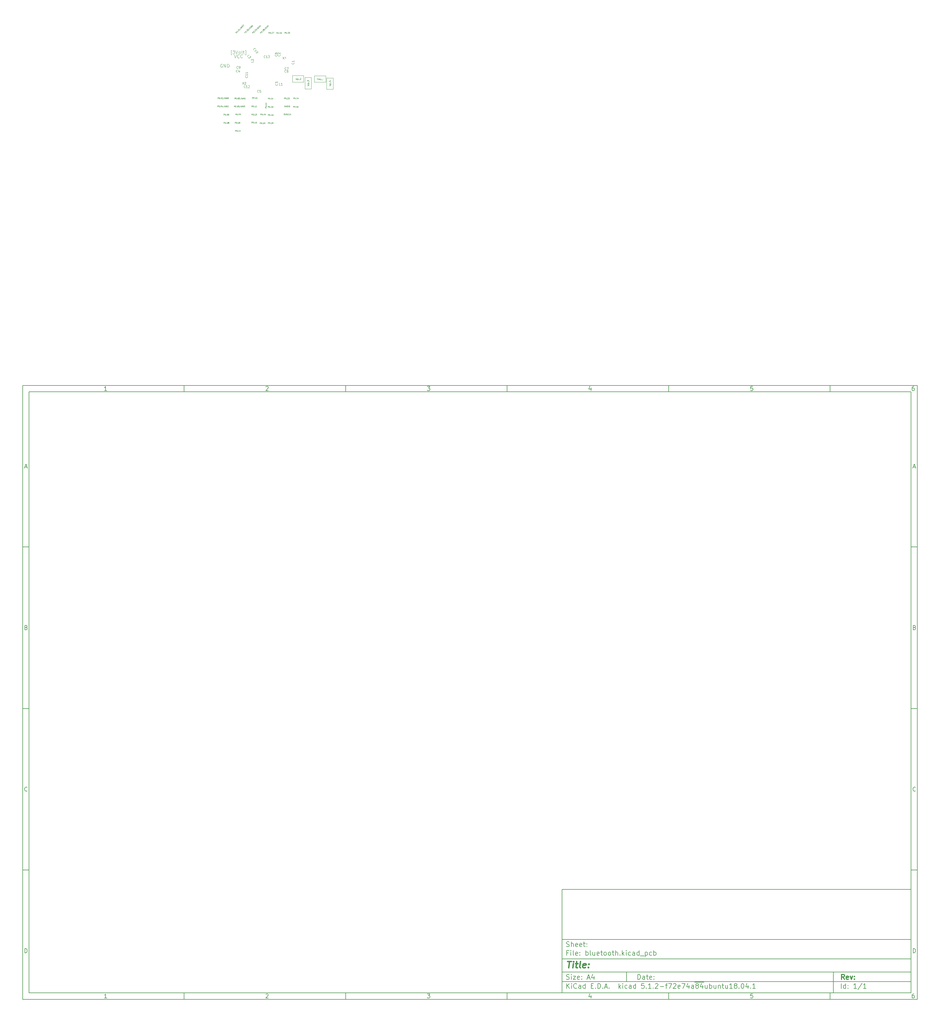
<source format=gbr>
%TF.GenerationSoftware,KiCad,Pcbnew,5.1.2-f72e74a~84~ubuntu18.04.1*%
%TF.CreationDate,2019-07-21T14:48:09+03:00*%
%TF.ProjectId,bluetooth,626c7565-746f-46f7-9468-2e6b69636164,rev?*%
%TF.SameCoordinates,Original*%
%TF.FileFunction,Legend,Top*%
%TF.FilePolarity,Positive*%
%FSLAX46Y46*%
G04 Gerber Fmt 4.6, Leading zero omitted, Abs format (unit mm)*
G04 Created by KiCad (PCBNEW 5.1.2-f72e74a~84~ubuntu18.04.1) date 2019-07-21 14:48:09*
%MOMM*%
%LPD*%
G04 APERTURE LIST*
%ADD10C,0.100000*%
%ADD11C,0.150000*%
%ADD12C,0.300000*%
%ADD13C,0.400000*%
%ADD14C,0.050000*%
%ADD15R,0.800000X1.750000*%
%ADD16R,1.750000X0.800000*%
%ADD17C,1.300000*%
%ADD18O,0.650000X0.200000*%
%ADD19O,0.200000X0.650000*%
%ADD20R,4.700000X4.700000*%
%ADD21R,0.600000X0.500000*%
%ADD22C,0.750000*%
%ADD23C,0.500000*%
%ADD24R,0.800000X0.750000*%
%ADD25R,0.500000X0.600000*%
%ADD26R,0.950000X0.850000*%
%ADD27R,0.750000X0.800000*%
%ADD28R,1.800000X1.000000*%
G04 APERTURE END LIST*
D10*
D11*
X177002200Y-166007200D02*
X177002200Y-198007200D01*
X285002200Y-198007200D01*
X285002200Y-166007200D01*
X177002200Y-166007200D01*
D10*
D11*
X10000000Y-10000000D02*
X10000000Y-200007200D01*
X287002200Y-200007200D01*
X287002200Y-10000000D01*
X10000000Y-10000000D01*
D10*
D11*
X12000000Y-12000000D02*
X12000000Y-198007200D01*
X285002200Y-198007200D01*
X285002200Y-12000000D01*
X12000000Y-12000000D01*
D10*
D11*
X60000000Y-12000000D02*
X60000000Y-10000000D01*
D10*
D11*
X110000000Y-12000000D02*
X110000000Y-10000000D01*
D10*
D11*
X160000000Y-12000000D02*
X160000000Y-10000000D01*
D10*
D11*
X210000000Y-12000000D02*
X210000000Y-10000000D01*
D10*
D11*
X260000000Y-12000000D02*
X260000000Y-10000000D01*
D10*
D11*
X36065476Y-11588095D02*
X35322619Y-11588095D01*
X35694047Y-11588095D02*
X35694047Y-10288095D01*
X35570238Y-10473809D01*
X35446428Y-10597619D01*
X35322619Y-10659523D01*
D10*
D11*
X85322619Y-10411904D02*
X85384523Y-10350000D01*
X85508333Y-10288095D01*
X85817857Y-10288095D01*
X85941666Y-10350000D01*
X86003571Y-10411904D01*
X86065476Y-10535714D01*
X86065476Y-10659523D01*
X86003571Y-10845238D01*
X85260714Y-11588095D01*
X86065476Y-11588095D01*
D10*
D11*
X135260714Y-10288095D02*
X136065476Y-10288095D01*
X135632142Y-10783333D01*
X135817857Y-10783333D01*
X135941666Y-10845238D01*
X136003571Y-10907142D01*
X136065476Y-11030952D01*
X136065476Y-11340476D01*
X136003571Y-11464285D01*
X135941666Y-11526190D01*
X135817857Y-11588095D01*
X135446428Y-11588095D01*
X135322619Y-11526190D01*
X135260714Y-11464285D01*
D10*
D11*
X185941666Y-10721428D02*
X185941666Y-11588095D01*
X185632142Y-10226190D02*
X185322619Y-11154761D01*
X186127380Y-11154761D01*
D10*
D11*
X236003571Y-10288095D02*
X235384523Y-10288095D01*
X235322619Y-10907142D01*
X235384523Y-10845238D01*
X235508333Y-10783333D01*
X235817857Y-10783333D01*
X235941666Y-10845238D01*
X236003571Y-10907142D01*
X236065476Y-11030952D01*
X236065476Y-11340476D01*
X236003571Y-11464285D01*
X235941666Y-11526190D01*
X235817857Y-11588095D01*
X235508333Y-11588095D01*
X235384523Y-11526190D01*
X235322619Y-11464285D01*
D10*
D11*
X285941666Y-10288095D02*
X285694047Y-10288095D01*
X285570238Y-10350000D01*
X285508333Y-10411904D01*
X285384523Y-10597619D01*
X285322619Y-10845238D01*
X285322619Y-11340476D01*
X285384523Y-11464285D01*
X285446428Y-11526190D01*
X285570238Y-11588095D01*
X285817857Y-11588095D01*
X285941666Y-11526190D01*
X286003571Y-11464285D01*
X286065476Y-11340476D01*
X286065476Y-11030952D01*
X286003571Y-10907142D01*
X285941666Y-10845238D01*
X285817857Y-10783333D01*
X285570238Y-10783333D01*
X285446428Y-10845238D01*
X285384523Y-10907142D01*
X285322619Y-11030952D01*
D10*
D11*
X60000000Y-198007200D02*
X60000000Y-200007200D01*
D10*
D11*
X110000000Y-198007200D02*
X110000000Y-200007200D01*
D10*
D11*
X160000000Y-198007200D02*
X160000000Y-200007200D01*
D10*
D11*
X210000000Y-198007200D02*
X210000000Y-200007200D01*
D10*
D11*
X260000000Y-198007200D02*
X260000000Y-200007200D01*
D10*
D11*
X36065476Y-199595295D02*
X35322619Y-199595295D01*
X35694047Y-199595295D02*
X35694047Y-198295295D01*
X35570238Y-198481009D01*
X35446428Y-198604819D01*
X35322619Y-198666723D01*
D10*
D11*
X85322619Y-198419104D02*
X85384523Y-198357200D01*
X85508333Y-198295295D01*
X85817857Y-198295295D01*
X85941666Y-198357200D01*
X86003571Y-198419104D01*
X86065476Y-198542914D01*
X86065476Y-198666723D01*
X86003571Y-198852438D01*
X85260714Y-199595295D01*
X86065476Y-199595295D01*
D10*
D11*
X135260714Y-198295295D02*
X136065476Y-198295295D01*
X135632142Y-198790533D01*
X135817857Y-198790533D01*
X135941666Y-198852438D01*
X136003571Y-198914342D01*
X136065476Y-199038152D01*
X136065476Y-199347676D01*
X136003571Y-199471485D01*
X135941666Y-199533390D01*
X135817857Y-199595295D01*
X135446428Y-199595295D01*
X135322619Y-199533390D01*
X135260714Y-199471485D01*
D10*
D11*
X185941666Y-198728628D02*
X185941666Y-199595295D01*
X185632142Y-198233390D02*
X185322619Y-199161961D01*
X186127380Y-199161961D01*
D10*
D11*
X236003571Y-198295295D02*
X235384523Y-198295295D01*
X235322619Y-198914342D01*
X235384523Y-198852438D01*
X235508333Y-198790533D01*
X235817857Y-198790533D01*
X235941666Y-198852438D01*
X236003571Y-198914342D01*
X236065476Y-199038152D01*
X236065476Y-199347676D01*
X236003571Y-199471485D01*
X235941666Y-199533390D01*
X235817857Y-199595295D01*
X235508333Y-199595295D01*
X235384523Y-199533390D01*
X235322619Y-199471485D01*
D10*
D11*
X285941666Y-198295295D02*
X285694047Y-198295295D01*
X285570238Y-198357200D01*
X285508333Y-198419104D01*
X285384523Y-198604819D01*
X285322619Y-198852438D01*
X285322619Y-199347676D01*
X285384523Y-199471485D01*
X285446428Y-199533390D01*
X285570238Y-199595295D01*
X285817857Y-199595295D01*
X285941666Y-199533390D01*
X286003571Y-199471485D01*
X286065476Y-199347676D01*
X286065476Y-199038152D01*
X286003571Y-198914342D01*
X285941666Y-198852438D01*
X285817857Y-198790533D01*
X285570238Y-198790533D01*
X285446428Y-198852438D01*
X285384523Y-198914342D01*
X285322619Y-199038152D01*
D10*
D11*
X10000000Y-60000000D02*
X12000000Y-60000000D01*
D10*
D11*
X10000000Y-110000000D02*
X12000000Y-110000000D01*
D10*
D11*
X10000000Y-160000000D02*
X12000000Y-160000000D01*
D10*
D11*
X10690476Y-35216666D02*
X11309523Y-35216666D01*
X10566666Y-35588095D02*
X11000000Y-34288095D01*
X11433333Y-35588095D01*
D10*
D11*
X11092857Y-84907142D02*
X11278571Y-84969047D01*
X11340476Y-85030952D01*
X11402380Y-85154761D01*
X11402380Y-85340476D01*
X11340476Y-85464285D01*
X11278571Y-85526190D01*
X11154761Y-85588095D01*
X10659523Y-85588095D01*
X10659523Y-84288095D01*
X11092857Y-84288095D01*
X11216666Y-84350000D01*
X11278571Y-84411904D01*
X11340476Y-84535714D01*
X11340476Y-84659523D01*
X11278571Y-84783333D01*
X11216666Y-84845238D01*
X11092857Y-84907142D01*
X10659523Y-84907142D01*
D10*
D11*
X11402380Y-135464285D02*
X11340476Y-135526190D01*
X11154761Y-135588095D01*
X11030952Y-135588095D01*
X10845238Y-135526190D01*
X10721428Y-135402380D01*
X10659523Y-135278571D01*
X10597619Y-135030952D01*
X10597619Y-134845238D01*
X10659523Y-134597619D01*
X10721428Y-134473809D01*
X10845238Y-134350000D01*
X11030952Y-134288095D01*
X11154761Y-134288095D01*
X11340476Y-134350000D01*
X11402380Y-134411904D01*
D10*
D11*
X10659523Y-185588095D02*
X10659523Y-184288095D01*
X10969047Y-184288095D01*
X11154761Y-184350000D01*
X11278571Y-184473809D01*
X11340476Y-184597619D01*
X11402380Y-184845238D01*
X11402380Y-185030952D01*
X11340476Y-185278571D01*
X11278571Y-185402380D01*
X11154761Y-185526190D01*
X10969047Y-185588095D01*
X10659523Y-185588095D01*
D10*
D11*
X287002200Y-60000000D02*
X285002200Y-60000000D01*
D10*
D11*
X287002200Y-110000000D02*
X285002200Y-110000000D01*
D10*
D11*
X287002200Y-160000000D02*
X285002200Y-160000000D01*
D10*
D11*
X285692676Y-35216666D02*
X286311723Y-35216666D01*
X285568866Y-35588095D02*
X286002200Y-34288095D01*
X286435533Y-35588095D01*
D10*
D11*
X286095057Y-84907142D02*
X286280771Y-84969047D01*
X286342676Y-85030952D01*
X286404580Y-85154761D01*
X286404580Y-85340476D01*
X286342676Y-85464285D01*
X286280771Y-85526190D01*
X286156961Y-85588095D01*
X285661723Y-85588095D01*
X285661723Y-84288095D01*
X286095057Y-84288095D01*
X286218866Y-84350000D01*
X286280771Y-84411904D01*
X286342676Y-84535714D01*
X286342676Y-84659523D01*
X286280771Y-84783333D01*
X286218866Y-84845238D01*
X286095057Y-84907142D01*
X285661723Y-84907142D01*
D10*
D11*
X286404580Y-135464285D02*
X286342676Y-135526190D01*
X286156961Y-135588095D01*
X286033152Y-135588095D01*
X285847438Y-135526190D01*
X285723628Y-135402380D01*
X285661723Y-135278571D01*
X285599819Y-135030952D01*
X285599819Y-134845238D01*
X285661723Y-134597619D01*
X285723628Y-134473809D01*
X285847438Y-134350000D01*
X286033152Y-134288095D01*
X286156961Y-134288095D01*
X286342676Y-134350000D01*
X286404580Y-134411904D01*
D10*
D11*
X285661723Y-185588095D02*
X285661723Y-184288095D01*
X285971247Y-184288095D01*
X286156961Y-184350000D01*
X286280771Y-184473809D01*
X286342676Y-184597619D01*
X286404580Y-184845238D01*
X286404580Y-185030952D01*
X286342676Y-185278571D01*
X286280771Y-185402380D01*
X286156961Y-185526190D01*
X285971247Y-185588095D01*
X285661723Y-185588095D01*
D10*
D11*
X200434342Y-193785771D02*
X200434342Y-192285771D01*
X200791485Y-192285771D01*
X201005771Y-192357200D01*
X201148628Y-192500057D01*
X201220057Y-192642914D01*
X201291485Y-192928628D01*
X201291485Y-193142914D01*
X201220057Y-193428628D01*
X201148628Y-193571485D01*
X201005771Y-193714342D01*
X200791485Y-193785771D01*
X200434342Y-193785771D01*
X202577200Y-193785771D02*
X202577200Y-193000057D01*
X202505771Y-192857200D01*
X202362914Y-192785771D01*
X202077200Y-192785771D01*
X201934342Y-192857200D01*
X202577200Y-193714342D02*
X202434342Y-193785771D01*
X202077200Y-193785771D01*
X201934342Y-193714342D01*
X201862914Y-193571485D01*
X201862914Y-193428628D01*
X201934342Y-193285771D01*
X202077200Y-193214342D01*
X202434342Y-193214342D01*
X202577200Y-193142914D01*
X203077200Y-192785771D02*
X203648628Y-192785771D01*
X203291485Y-192285771D02*
X203291485Y-193571485D01*
X203362914Y-193714342D01*
X203505771Y-193785771D01*
X203648628Y-193785771D01*
X204720057Y-193714342D02*
X204577200Y-193785771D01*
X204291485Y-193785771D01*
X204148628Y-193714342D01*
X204077200Y-193571485D01*
X204077200Y-193000057D01*
X204148628Y-192857200D01*
X204291485Y-192785771D01*
X204577200Y-192785771D01*
X204720057Y-192857200D01*
X204791485Y-193000057D01*
X204791485Y-193142914D01*
X204077200Y-193285771D01*
X205434342Y-193642914D02*
X205505771Y-193714342D01*
X205434342Y-193785771D01*
X205362914Y-193714342D01*
X205434342Y-193642914D01*
X205434342Y-193785771D01*
X205434342Y-192857200D02*
X205505771Y-192928628D01*
X205434342Y-193000057D01*
X205362914Y-192928628D01*
X205434342Y-192857200D01*
X205434342Y-193000057D01*
D10*
D11*
X177002200Y-194507200D02*
X285002200Y-194507200D01*
D10*
D11*
X178434342Y-196585771D02*
X178434342Y-195085771D01*
X179291485Y-196585771D02*
X178648628Y-195728628D01*
X179291485Y-195085771D02*
X178434342Y-195942914D01*
X179934342Y-196585771D02*
X179934342Y-195585771D01*
X179934342Y-195085771D02*
X179862914Y-195157200D01*
X179934342Y-195228628D01*
X180005771Y-195157200D01*
X179934342Y-195085771D01*
X179934342Y-195228628D01*
X181505771Y-196442914D02*
X181434342Y-196514342D01*
X181220057Y-196585771D01*
X181077200Y-196585771D01*
X180862914Y-196514342D01*
X180720057Y-196371485D01*
X180648628Y-196228628D01*
X180577200Y-195942914D01*
X180577200Y-195728628D01*
X180648628Y-195442914D01*
X180720057Y-195300057D01*
X180862914Y-195157200D01*
X181077200Y-195085771D01*
X181220057Y-195085771D01*
X181434342Y-195157200D01*
X181505771Y-195228628D01*
X182791485Y-196585771D02*
X182791485Y-195800057D01*
X182720057Y-195657200D01*
X182577200Y-195585771D01*
X182291485Y-195585771D01*
X182148628Y-195657200D01*
X182791485Y-196514342D02*
X182648628Y-196585771D01*
X182291485Y-196585771D01*
X182148628Y-196514342D01*
X182077200Y-196371485D01*
X182077200Y-196228628D01*
X182148628Y-196085771D01*
X182291485Y-196014342D01*
X182648628Y-196014342D01*
X182791485Y-195942914D01*
X184148628Y-196585771D02*
X184148628Y-195085771D01*
X184148628Y-196514342D02*
X184005771Y-196585771D01*
X183720057Y-196585771D01*
X183577200Y-196514342D01*
X183505771Y-196442914D01*
X183434342Y-196300057D01*
X183434342Y-195871485D01*
X183505771Y-195728628D01*
X183577200Y-195657200D01*
X183720057Y-195585771D01*
X184005771Y-195585771D01*
X184148628Y-195657200D01*
X186005771Y-195800057D02*
X186505771Y-195800057D01*
X186720057Y-196585771D02*
X186005771Y-196585771D01*
X186005771Y-195085771D01*
X186720057Y-195085771D01*
X187362914Y-196442914D02*
X187434342Y-196514342D01*
X187362914Y-196585771D01*
X187291485Y-196514342D01*
X187362914Y-196442914D01*
X187362914Y-196585771D01*
X188077200Y-196585771D02*
X188077200Y-195085771D01*
X188434342Y-195085771D01*
X188648628Y-195157200D01*
X188791485Y-195300057D01*
X188862914Y-195442914D01*
X188934342Y-195728628D01*
X188934342Y-195942914D01*
X188862914Y-196228628D01*
X188791485Y-196371485D01*
X188648628Y-196514342D01*
X188434342Y-196585771D01*
X188077200Y-196585771D01*
X189577200Y-196442914D02*
X189648628Y-196514342D01*
X189577200Y-196585771D01*
X189505771Y-196514342D01*
X189577200Y-196442914D01*
X189577200Y-196585771D01*
X190220057Y-196157200D02*
X190934342Y-196157200D01*
X190077200Y-196585771D02*
X190577200Y-195085771D01*
X191077200Y-196585771D01*
X191577200Y-196442914D02*
X191648628Y-196514342D01*
X191577200Y-196585771D01*
X191505771Y-196514342D01*
X191577200Y-196442914D01*
X191577200Y-196585771D01*
X194577200Y-196585771D02*
X194577200Y-195085771D01*
X194720057Y-196014342D02*
X195148628Y-196585771D01*
X195148628Y-195585771D02*
X194577200Y-196157200D01*
X195791485Y-196585771D02*
X195791485Y-195585771D01*
X195791485Y-195085771D02*
X195720057Y-195157200D01*
X195791485Y-195228628D01*
X195862914Y-195157200D01*
X195791485Y-195085771D01*
X195791485Y-195228628D01*
X197148628Y-196514342D02*
X197005771Y-196585771D01*
X196720057Y-196585771D01*
X196577200Y-196514342D01*
X196505771Y-196442914D01*
X196434342Y-196300057D01*
X196434342Y-195871485D01*
X196505771Y-195728628D01*
X196577200Y-195657200D01*
X196720057Y-195585771D01*
X197005771Y-195585771D01*
X197148628Y-195657200D01*
X198434342Y-196585771D02*
X198434342Y-195800057D01*
X198362914Y-195657200D01*
X198220057Y-195585771D01*
X197934342Y-195585771D01*
X197791485Y-195657200D01*
X198434342Y-196514342D02*
X198291485Y-196585771D01*
X197934342Y-196585771D01*
X197791485Y-196514342D01*
X197720057Y-196371485D01*
X197720057Y-196228628D01*
X197791485Y-196085771D01*
X197934342Y-196014342D01*
X198291485Y-196014342D01*
X198434342Y-195942914D01*
X199791485Y-196585771D02*
X199791485Y-195085771D01*
X199791485Y-196514342D02*
X199648628Y-196585771D01*
X199362914Y-196585771D01*
X199220057Y-196514342D01*
X199148628Y-196442914D01*
X199077200Y-196300057D01*
X199077200Y-195871485D01*
X199148628Y-195728628D01*
X199220057Y-195657200D01*
X199362914Y-195585771D01*
X199648628Y-195585771D01*
X199791485Y-195657200D01*
X202362914Y-195085771D02*
X201648628Y-195085771D01*
X201577200Y-195800057D01*
X201648628Y-195728628D01*
X201791485Y-195657200D01*
X202148628Y-195657200D01*
X202291485Y-195728628D01*
X202362914Y-195800057D01*
X202434342Y-195942914D01*
X202434342Y-196300057D01*
X202362914Y-196442914D01*
X202291485Y-196514342D01*
X202148628Y-196585771D01*
X201791485Y-196585771D01*
X201648628Y-196514342D01*
X201577200Y-196442914D01*
X203077200Y-196442914D02*
X203148628Y-196514342D01*
X203077200Y-196585771D01*
X203005771Y-196514342D01*
X203077200Y-196442914D01*
X203077200Y-196585771D01*
X204577200Y-196585771D02*
X203720057Y-196585771D01*
X204148628Y-196585771D02*
X204148628Y-195085771D01*
X204005771Y-195300057D01*
X203862914Y-195442914D01*
X203720057Y-195514342D01*
X205220057Y-196442914D02*
X205291485Y-196514342D01*
X205220057Y-196585771D01*
X205148628Y-196514342D01*
X205220057Y-196442914D01*
X205220057Y-196585771D01*
X205862914Y-195228628D02*
X205934342Y-195157200D01*
X206077200Y-195085771D01*
X206434342Y-195085771D01*
X206577200Y-195157200D01*
X206648628Y-195228628D01*
X206720057Y-195371485D01*
X206720057Y-195514342D01*
X206648628Y-195728628D01*
X205791485Y-196585771D01*
X206720057Y-196585771D01*
X207362914Y-196014342D02*
X208505771Y-196014342D01*
X209005771Y-195585771D02*
X209577200Y-195585771D01*
X209220057Y-196585771D02*
X209220057Y-195300057D01*
X209291485Y-195157200D01*
X209434342Y-195085771D01*
X209577200Y-195085771D01*
X209934342Y-195085771D02*
X210934342Y-195085771D01*
X210291485Y-196585771D01*
X211434342Y-195228628D02*
X211505771Y-195157200D01*
X211648628Y-195085771D01*
X212005771Y-195085771D01*
X212148628Y-195157200D01*
X212220057Y-195228628D01*
X212291485Y-195371485D01*
X212291485Y-195514342D01*
X212220057Y-195728628D01*
X211362914Y-196585771D01*
X212291485Y-196585771D01*
X213505771Y-196514342D02*
X213362914Y-196585771D01*
X213077200Y-196585771D01*
X212934342Y-196514342D01*
X212862914Y-196371485D01*
X212862914Y-195800057D01*
X212934342Y-195657200D01*
X213077200Y-195585771D01*
X213362914Y-195585771D01*
X213505771Y-195657200D01*
X213577200Y-195800057D01*
X213577200Y-195942914D01*
X212862914Y-196085771D01*
X214077200Y-195085771D02*
X215077200Y-195085771D01*
X214434342Y-196585771D01*
X216291485Y-195585771D02*
X216291485Y-196585771D01*
X215934342Y-195014342D02*
X215577200Y-196085771D01*
X216505771Y-196085771D01*
X217720057Y-196585771D02*
X217720057Y-195800057D01*
X217648628Y-195657200D01*
X217505771Y-195585771D01*
X217220057Y-195585771D01*
X217077200Y-195657200D01*
X217720057Y-196514342D02*
X217577200Y-196585771D01*
X217220057Y-196585771D01*
X217077200Y-196514342D01*
X217005771Y-196371485D01*
X217005771Y-196228628D01*
X217077200Y-196085771D01*
X217220057Y-196014342D01*
X217577200Y-196014342D01*
X217720057Y-195942914D01*
X218077200Y-194677200D02*
X219505771Y-194677200D01*
X218648628Y-195728628D02*
X218505771Y-195657200D01*
X218434342Y-195585771D01*
X218362914Y-195442914D01*
X218362914Y-195371485D01*
X218434342Y-195228628D01*
X218505771Y-195157200D01*
X218648628Y-195085771D01*
X218934342Y-195085771D01*
X219077200Y-195157200D01*
X219148628Y-195228628D01*
X219220057Y-195371485D01*
X219220057Y-195442914D01*
X219148628Y-195585771D01*
X219077200Y-195657200D01*
X218934342Y-195728628D01*
X218648628Y-195728628D01*
X218505771Y-195800057D01*
X218434342Y-195871485D01*
X218362914Y-196014342D01*
X218362914Y-196300057D01*
X218434342Y-196442914D01*
X218505771Y-196514342D01*
X218648628Y-196585771D01*
X218934342Y-196585771D01*
X219077200Y-196514342D01*
X219148628Y-196442914D01*
X219220057Y-196300057D01*
X219220057Y-196014342D01*
X219148628Y-195871485D01*
X219077200Y-195800057D01*
X218934342Y-195728628D01*
X219505771Y-194677200D02*
X220934342Y-194677200D01*
X220505771Y-195585771D02*
X220505771Y-196585771D01*
X220148628Y-195014342D02*
X219791485Y-196085771D01*
X220720057Y-196085771D01*
X221934342Y-195585771D02*
X221934342Y-196585771D01*
X221291485Y-195585771D02*
X221291485Y-196371485D01*
X221362914Y-196514342D01*
X221505771Y-196585771D01*
X221720057Y-196585771D01*
X221862914Y-196514342D01*
X221934342Y-196442914D01*
X222648628Y-196585771D02*
X222648628Y-195085771D01*
X222648628Y-195657200D02*
X222791485Y-195585771D01*
X223077200Y-195585771D01*
X223220057Y-195657200D01*
X223291485Y-195728628D01*
X223362914Y-195871485D01*
X223362914Y-196300057D01*
X223291485Y-196442914D01*
X223220057Y-196514342D01*
X223077200Y-196585771D01*
X222791485Y-196585771D01*
X222648628Y-196514342D01*
X224648628Y-195585771D02*
X224648628Y-196585771D01*
X224005771Y-195585771D02*
X224005771Y-196371485D01*
X224077200Y-196514342D01*
X224220057Y-196585771D01*
X224434342Y-196585771D01*
X224577200Y-196514342D01*
X224648628Y-196442914D01*
X225362914Y-195585771D02*
X225362914Y-196585771D01*
X225362914Y-195728628D02*
X225434342Y-195657200D01*
X225577200Y-195585771D01*
X225791485Y-195585771D01*
X225934342Y-195657200D01*
X226005771Y-195800057D01*
X226005771Y-196585771D01*
X226505771Y-195585771D02*
X227077200Y-195585771D01*
X226720057Y-195085771D02*
X226720057Y-196371485D01*
X226791485Y-196514342D01*
X226934342Y-196585771D01*
X227077200Y-196585771D01*
X228220057Y-195585771D02*
X228220057Y-196585771D01*
X227577200Y-195585771D02*
X227577200Y-196371485D01*
X227648628Y-196514342D01*
X227791485Y-196585771D01*
X228005771Y-196585771D01*
X228148628Y-196514342D01*
X228220057Y-196442914D01*
X229720057Y-196585771D02*
X228862914Y-196585771D01*
X229291485Y-196585771D02*
X229291485Y-195085771D01*
X229148628Y-195300057D01*
X229005771Y-195442914D01*
X228862914Y-195514342D01*
X230577200Y-195728628D02*
X230434342Y-195657200D01*
X230362914Y-195585771D01*
X230291485Y-195442914D01*
X230291485Y-195371485D01*
X230362914Y-195228628D01*
X230434342Y-195157200D01*
X230577200Y-195085771D01*
X230862914Y-195085771D01*
X231005771Y-195157200D01*
X231077200Y-195228628D01*
X231148628Y-195371485D01*
X231148628Y-195442914D01*
X231077200Y-195585771D01*
X231005771Y-195657200D01*
X230862914Y-195728628D01*
X230577200Y-195728628D01*
X230434342Y-195800057D01*
X230362914Y-195871485D01*
X230291485Y-196014342D01*
X230291485Y-196300057D01*
X230362914Y-196442914D01*
X230434342Y-196514342D01*
X230577200Y-196585771D01*
X230862914Y-196585771D01*
X231005771Y-196514342D01*
X231077200Y-196442914D01*
X231148628Y-196300057D01*
X231148628Y-196014342D01*
X231077200Y-195871485D01*
X231005771Y-195800057D01*
X230862914Y-195728628D01*
X231791485Y-196442914D02*
X231862914Y-196514342D01*
X231791485Y-196585771D01*
X231720057Y-196514342D01*
X231791485Y-196442914D01*
X231791485Y-196585771D01*
X232791485Y-195085771D02*
X232934342Y-195085771D01*
X233077200Y-195157200D01*
X233148628Y-195228628D01*
X233220057Y-195371485D01*
X233291485Y-195657200D01*
X233291485Y-196014342D01*
X233220057Y-196300057D01*
X233148628Y-196442914D01*
X233077200Y-196514342D01*
X232934342Y-196585771D01*
X232791485Y-196585771D01*
X232648628Y-196514342D01*
X232577200Y-196442914D01*
X232505771Y-196300057D01*
X232434342Y-196014342D01*
X232434342Y-195657200D01*
X232505771Y-195371485D01*
X232577200Y-195228628D01*
X232648628Y-195157200D01*
X232791485Y-195085771D01*
X234577200Y-195585771D02*
X234577200Y-196585771D01*
X234220057Y-195014342D02*
X233862914Y-196085771D01*
X234791485Y-196085771D01*
X235362914Y-196442914D02*
X235434342Y-196514342D01*
X235362914Y-196585771D01*
X235291485Y-196514342D01*
X235362914Y-196442914D01*
X235362914Y-196585771D01*
X236862914Y-196585771D02*
X236005771Y-196585771D01*
X236434342Y-196585771D02*
X236434342Y-195085771D01*
X236291485Y-195300057D01*
X236148628Y-195442914D01*
X236005771Y-195514342D01*
D10*
D11*
X177002200Y-191507200D02*
X285002200Y-191507200D01*
D10*
D12*
X264411485Y-193785771D02*
X263911485Y-193071485D01*
X263554342Y-193785771D02*
X263554342Y-192285771D01*
X264125771Y-192285771D01*
X264268628Y-192357200D01*
X264340057Y-192428628D01*
X264411485Y-192571485D01*
X264411485Y-192785771D01*
X264340057Y-192928628D01*
X264268628Y-193000057D01*
X264125771Y-193071485D01*
X263554342Y-193071485D01*
X265625771Y-193714342D02*
X265482914Y-193785771D01*
X265197200Y-193785771D01*
X265054342Y-193714342D01*
X264982914Y-193571485D01*
X264982914Y-193000057D01*
X265054342Y-192857200D01*
X265197200Y-192785771D01*
X265482914Y-192785771D01*
X265625771Y-192857200D01*
X265697200Y-193000057D01*
X265697200Y-193142914D01*
X264982914Y-193285771D01*
X266197200Y-192785771D02*
X266554342Y-193785771D01*
X266911485Y-192785771D01*
X267482914Y-193642914D02*
X267554342Y-193714342D01*
X267482914Y-193785771D01*
X267411485Y-193714342D01*
X267482914Y-193642914D01*
X267482914Y-193785771D01*
X267482914Y-192857200D02*
X267554342Y-192928628D01*
X267482914Y-193000057D01*
X267411485Y-192928628D01*
X267482914Y-192857200D01*
X267482914Y-193000057D01*
D10*
D11*
X178362914Y-193714342D02*
X178577200Y-193785771D01*
X178934342Y-193785771D01*
X179077200Y-193714342D01*
X179148628Y-193642914D01*
X179220057Y-193500057D01*
X179220057Y-193357200D01*
X179148628Y-193214342D01*
X179077200Y-193142914D01*
X178934342Y-193071485D01*
X178648628Y-193000057D01*
X178505771Y-192928628D01*
X178434342Y-192857200D01*
X178362914Y-192714342D01*
X178362914Y-192571485D01*
X178434342Y-192428628D01*
X178505771Y-192357200D01*
X178648628Y-192285771D01*
X179005771Y-192285771D01*
X179220057Y-192357200D01*
X179862914Y-193785771D02*
X179862914Y-192785771D01*
X179862914Y-192285771D02*
X179791485Y-192357200D01*
X179862914Y-192428628D01*
X179934342Y-192357200D01*
X179862914Y-192285771D01*
X179862914Y-192428628D01*
X180434342Y-192785771D02*
X181220057Y-192785771D01*
X180434342Y-193785771D01*
X181220057Y-193785771D01*
X182362914Y-193714342D02*
X182220057Y-193785771D01*
X181934342Y-193785771D01*
X181791485Y-193714342D01*
X181720057Y-193571485D01*
X181720057Y-193000057D01*
X181791485Y-192857200D01*
X181934342Y-192785771D01*
X182220057Y-192785771D01*
X182362914Y-192857200D01*
X182434342Y-193000057D01*
X182434342Y-193142914D01*
X181720057Y-193285771D01*
X183077200Y-193642914D02*
X183148628Y-193714342D01*
X183077200Y-193785771D01*
X183005771Y-193714342D01*
X183077200Y-193642914D01*
X183077200Y-193785771D01*
X183077200Y-192857200D02*
X183148628Y-192928628D01*
X183077200Y-193000057D01*
X183005771Y-192928628D01*
X183077200Y-192857200D01*
X183077200Y-193000057D01*
X184862914Y-193357200D02*
X185577200Y-193357200D01*
X184720057Y-193785771D02*
X185220057Y-192285771D01*
X185720057Y-193785771D01*
X186862914Y-192785771D02*
X186862914Y-193785771D01*
X186505771Y-192214342D02*
X186148628Y-193285771D01*
X187077200Y-193285771D01*
D10*
D11*
X263434342Y-196585771D02*
X263434342Y-195085771D01*
X264791485Y-196585771D02*
X264791485Y-195085771D01*
X264791485Y-196514342D02*
X264648628Y-196585771D01*
X264362914Y-196585771D01*
X264220057Y-196514342D01*
X264148628Y-196442914D01*
X264077200Y-196300057D01*
X264077200Y-195871485D01*
X264148628Y-195728628D01*
X264220057Y-195657200D01*
X264362914Y-195585771D01*
X264648628Y-195585771D01*
X264791485Y-195657200D01*
X265505771Y-196442914D02*
X265577200Y-196514342D01*
X265505771Y-196585771D01*
X265434342Y-196514342D01*
X265505771Y-196442914D01*
X265505771Y-196585771D01*
X265505771Y-195657200D02*
X265577200Y-195728628D01*
X265505771Y-195800057D01*
X265434342Y-195728628D01*
X265505771Y-195657200D01*
X265505771Y-195800057D01*
X268148628Y-196585771D02*
X267291485Y-196585771D01*
X267720057Y-196585771D02*
X267720057Y-195085771D01*
X267577200Y-195300057D01*
X267434342Y-195442914D01*
X267291485Y-195514342D01*
X269862914Y-195014342D02*
X268577200Y-196942914D01*
X271148628Y-196585771D02*
X270291485Y-196585771D01*
X270720057Y-196585771D02*
X270720057Y-195085771D01*
X270577200Y-195300057D01*
X270434342Y-195442914D01*
X270291485Y-195514342D01*
D10*
D11*
X177002200Y-187507200D02*
X285002200Y-187507200D01*
D10*
D13*
X178714580Y-188211961D02*
X179857438Y-188211961D01*
X179036009Y-190211961D02*
X179286009Y-188211961D01*
X180274104Y-190211961D02*
X180440771Y-188878628D01*
X180524104Y-188211961D02*
X180416961Y-188307200D01*
X180500295Y-188402438D01*
X180607438Y-188307200D01*
X180524104Y-188211961D01*
X180500295Y-188402438D01*
X181107438Y-188878628D02*
X181869342Y-188878628D01*
X181476485Y-188211961D02*
X181262200Y-189926247D01*
X181333628Y-190116723D01*
X181512200Y-190211961D01*
X181702676Y-190211961D01*
X182655057Y-190211961D02*
X182476485Y-190116723D01*
X182405057Y-189926247D01*
X182619342Y-188211961D01*
X184190771Y-190116723D02*
X183988390Y-190211961D01*
X183607438Y-190211961D01*
X183428866Y-190116723D01*
X183357438Y-189926247D01*
X183452676Y-189164342D01*
X183571723Y-188973866D01*
X183774104Y-188878628D01*
X184155057Y-188878628D01*
X184333628Y-188973866D01*
X184405057Y-189164342D01*
X184381247Y-189354819D01*
X183405057Y-189545295D01*
X185155057Y-190021485D02*
X185238390Y-190116723D01*
X185131247Y-190211961D01*
X185047914Y-190116723D01*
X185155057Y-190021485D01*
X185131247Y-190211961D01*
X185286009Y-188973866D02*
X185369342Y-189069104D01*
X185262200Y-189164342D01*
X185178866Y-189069104D01*
X185286009Y-188973866D01*
X185262200Y-189164342D01*
D10*
D11*
X178934342Y-185600057D02*
X178434342Y-185600057D01*
X178434342Y-186385771D02*
X178434342Y-184885771D01*
X179148628Y-184885771D01*
X179720057Y-186385771D02*
X179720057Y-185385771D01*
X179720057Y-184885771D02*
X179648628Y-184957200D01*
X179720057Y-185028628D01*
X179791485Y-184957200D01*
X179720057Y-184885771D01*
X179720057Y-185028628D01*
X180648628Y-186385771D02*
X180505771Y-186314342D01*
X180434342Y-186171485D01*
X180434342Y-184885771D01*
X181791485Y-186314342D02*
X181648628Y-186385771D01*
X181362914Y-186385771D01*
X181220057Y-186314342D01*
X181148628Y-186171485D01*
X181148628Y-185600057D01*
X181220057Y-185457200D01*
X181362914Y-185385771D01*
X181648628Y-185385771D01*
X181791485Y-185457200D01*
X181862914Y-185600057D01*
X181862914Y-185742914D01*
X181148628Y-185885771D01*
X182505771Y-186242914D02*
X182577200Y-186314342D01*
X182505771Y-186385771D01*
X182434342Y-186314342D01*
X182505771Y-186242914D01*
X182505771Y-186385771D01*
X182505771Y-185457200D02*
X182577200Y-185528628D01*
X182505771Y-185600057D01*
X182434342Y-185528628D01*
X182505771Y-185457200D01*
X182505771Y-185600057D01*
X184362914Y-186385771D02*
X184362914Y-184885771D01*
X184362914Y-185457200D02*
X184505771Y-185385771D01*
X184791485Y-185385771D01*
X184934342Y-185457200D01*
X185005771Y-185528628D01*
X185077200Y-185671485D01*
X185077200Y-186100057D01*
X185005771Y-186242914D01*
X184934342Y-186314342D01*
X184791485Y-186385771D01*
X184505771Y-186385771D01*
X184362914Y-186314342D01*
X185934342Y-186385771D02*
X185791485Y-186314342D01*
X185720057Y-186171485D01*
X185720057Y-184885771D01*
X187148628Y-185385771D02*
X187148628Y-186385771D01*
X186505771Y-185385771D02*
X186505771Y-186171485D01*
X186577200Y-186314342D01*
X186720057Y-186385771D01*
X186934342Y-186385771D01*
X187077200Y-186314342D01*
X187148628Y-186242914D01*
X188434342Y-186314342D02*
X188291485Y-186385771D01*
X188005771Y-186385771D01*
X187862914Y-186314342D01*
X187791485Y-186171485D01*
X187791485Y-185600057D01*
X187862914Y-185457200D01*
X188005771Y-185385771D01*
X188291485Y-185385771D01*
X188434342Y-185457200D01*
X188505771Y-185600057D01*
X188505771Y-185742914D01*
X187791485Y-185885771D01*
X188934342Y-185385771D02*
X189505771Y-185385771D01*
X189148628Y-184885771D02*
X189148628Y-186171485D01*
X189220057Y-186314342D01*
X189362914Y-186385771D01*
X189505771Y-186385771D01*
X190220057Y-186385771D02*
X190077200Y-186314342D01*
X190005771Y-186242914D01*
X189934342Y-186100057D01*
X189934342Y-185671485D01*
X190005771Y-185528628D01*
X190077200Y-185457200D01*
X190220057Y-185385771D01*
X190434342Y-185385771D01*
X190577200Y-185457200D01*
X190648628Y-185528628D01*
X190720057Y-185671485D01*
X190720057Y-186100057D01*
X190648628Y-186242914D01*
X190577200Y-186314342D01*
X190434342Y-186385771D01*
X190220057Y-186385771D01*
X191577200Y-186385771D02*
X191434342Y-186314342D01*
X191362914Y-186242914D01*
X191291485Y-186100057D01*
X191291485Y-185671485D01*
X191362914Y-185528628D01*
X191434342Y-185457200D01*
X191577200Y-185385771D01*
X191791485Y-185385771D01*
X191934342Y-185457200D01*
X192005771Y-185528628D01*
X192077200Y-185671485D01*
X192077200Y-186100057D01*
X192005771Y-186242914D01*
X191934342Y-186314342D01*
X191791485Y-186385771D01*
X191577200Y-186385771D01*
X192505771Y-185385771D02*
X193077200Y-185385771D01*
X192720057Y-184885771D02*
X192720057Y-186171485D01*
X192791485Y-186314342D01*
X192934342Y-186385771D01*
X193077200Y-186385771D01*
X193577200Y-186385771D02*
X193577200Y-184885771D01*
X194220057Y-186385771D02*
X194220057Y-185600057D01*
X194148628Y-185457200D01*
X194005771Y-185385771D01*
X193791485Y-185385771D01*
X193648628Y-185457200D01*
X193577200Y-185528628D01*
X194934342Y-186242914D02*
X195005771Y-186314342D01*
X194934342Y-186385771D01*
X194862914Y-186314342D01*
X194934342Y-186242914D01*
X194934342Y-186385771D01*
X195648628Y-186385771D02*
X195648628Y-184885771D01*
X195791485Y-185814342D02*
X196220057Y-186385771D01*
X196220057Y-185385771D02*
X195648628Y-185957200D01*
X196862914Y-186385771D02*
X196862914Y-185385771D01*
X196862914Y-184885771D02*
X196791485Y-184957200D01*
X196862914Y-185028628D01*
X196934342Y-184957200D01*
X196862914Y-184885771D01*
X196862914Y-185028628D01*
X198220057Y-186314342D02*
X198077200Y-186385771D01*
X197791485Y-186385771D01*
X197648628Y-186314342D01*
X197577200Y-186242914D01*
X197505771Y-186100057D01*
X197505771Y-185671485D01*
X197577200Y-185528628D01*
X197648628Y-185457200D01*
X197791485Y-185385771D01*
X198077200Y-185385771D01*
X198220057Y-185457200D01*
X199505771Y-186385771D02*
X199505771Y-185600057D01*
X199434342Y-185457200D01*
X199291485Y-185385771D01*
X199005771Y-185385771D01*
X198862914Y-185457200D01*
X199505771Y-186314342D02*
X199362914Y-186385771D01*
X199005771Y-186385771D01*
X198862914Y-186314342D01*
X198791485Y-186171485D01*
X198791485Y-186028628D01*
X198862914Y-185885771D01*
X199005771Y-185814342D01*
X199362914Y-185814342D01*
X199505771Y-185742914D01*
X200862914Y-186385771D02*
X200862914Y-184885771D01*
X200862914Y-186314342D02*
X200720057Y-186385771D01*
X200434342Y-186385771D01*
X200291485Y-186314342D01*
X200220057Y-186242914D01*
X200148628Y-186100057D01*
X200148628Y-185671485D01*
X200220057Y-185528628D01*
X200291485Y-185457200D01*
X200434342Y-185385771D01*
X200720057Y-185385771D01*
X200862914Y-185457200D01*
X201220057Y-186528628D02*
X202362914Y-186528628D01*
X202720057Y-185385771D02*
X202720057Y-186885771D01*
X202720057Y-185457200D02*
X202862914Y-185385771D01*
X203148628Y-185385771D01*
X203291485Y-185457200D01*
X203362914Y-185528628D01*
X203434342Y-185671485D01*
X203434342Y-186100057D01*
X203362914Y-186242914D01*
X203291485Y-186314342D01*
X203148628Y-186385771D01*
X202862914Y-186385771D01*
X202720057Y-186314342D01*
X204720057Y-186314342D02*
X204577200Y-186385771D01*
X204291485Y-186385771D01*
X204148628Y-186314342D01*
X204077200Y-186242914D01*
X204005771Y-186100057D01*
X204005771Y-185671485D01*
X204077200Y-185528628D01*
X204148628Y-185457200D01*
X204291485Y-185385771D01*
X204577200Y-185385771D01*
X204720057Y-185457200D01*
X205362914Y-186385771D02*
X205362914Y-184885771D01*
X205362914Y-185457200D02*
X205505771Y-185385771D01*
X205791485Y-185385771D01*
X205934342Y-185457200D01*
X206005771Y-185528628D01*
X206077200Y-185671485D01*
X206077200Y-186100057D01*
X206005771Y-186242914D01*
X205934342Y-186314342D01*
X205791485Y-186385771D01*
X205505771Y-186385771D01*
X205362914Y-186314342D01*
D10*
D11*
X177002200Y-181507200D02*
X285002200Y-181507200D01*
D10*
D11*
X178362914Y-183614342D02*
X178577200Y-183685771D01*
X178934342Y-183685771D01*
X179077200Y-183614342D01*
X179148628Y-183542914D01*
X179220057Y-183400057D01*
X179220057Y-183257200D01*
X179148628Y-183114342D01*
X179077200Y-183042914D01*
X178934342Y-182971485D01*
X178648628Y-182900057D01*
X178505771Y-182828628D01*
X178434342Y-182757200D01*
X178362914Y-182614342D01*
X178362914Y-182471485D01*
X178434342Y-182328628D01*
X178505771Y-182257200D01*
X178648628Y-182185771D01*
X179005771Y-182185771D01*
X179220057Y-182257200D01*
X179862914Y-183685771D02*
X179862914Y-182185771D01*
X180505771Y-183685771D02*
X180505771Y-182900057D01*
X180434342Y-182757200D01*
X180291485Y-182685771D01*
X180077200Y-182685771D01*
X179934342Y-182757200D01*
X179862914Y-182828628D01*
X181791485Y-183614342D02*
X181648628Y-183685771D01*
X181362914Y-183685771D01*
X181220057Y-183614342D01*
X181148628Y-183471485D01*
X181148628Y-182900057D01*
X181220057Y-182757200D01*
X181362914Y-182685771D01*
X181648628Y-182685771D01*
X181791485Y-182757200D01*
X181862914Y-182900057D01*
X181862914Y-183042914D01*
X181148628Y-183185771D01*
X183077200Y-183614342D02*
X182934342Y-183685771D01*
X182648628Y-183685771D01*
X182505771Y-183614342D01*
X182434342Y-183471485D01*
X182434342Y-182900057D01*
X182505771Y-182757200D01*
X182648628Y-182685771D01*
X182934342Y-182685771D01*
X183077200Y-182757200D01*
X183148628Y-182900057D01*
X183148628Y-183042914D01*
X182434342Y-183185771D01*
X183577200Y-182685771D02*
X184148628Y-182685771D01*
X183791485Y-182185771D02*
X183791485Y-183471485D01*
X183862914Y-183614342D01*
X184005771Y-183685771D01*
X184148628Y-183685771D01*
X184648628Y-183542914D02*
X184720057Y-183614342D01*
X184648628Y-183685771D01*
X184577200Y-183614342D01*
X184648628Y-183542914D01*
X184648628Y-183685771D01*
X184648628Y-182757200D02*
X184720057Y-182828628D01*
X184648628Y-182900057D01*
X184577200Y-182828628D01*
X184648628Y-182757200D01*
X184648628Y-182900057D01*
D10*
D11*
X197002200Y-191507200D02*
X197002200Y-194507200D01*
D10*
D11*
X261002200Y-191507200D02*
X261002200Y-198007200D01*
D10*
X78902971Y82203471D02*
X78870314Y82170814D01*
X78772342Y82138157D01*
X78707028Y82138157D01*
X78609057Y82170814D01*
X78543742Y82236128D01*
X78511085Y82301442D01*
X78478428Y82432071D01*
X78478428Y82530042D01*
X78511085Y82660671D01*
X78543742Y82725985D01*
X78609057Y82791300D01*
X78707028Y82823957D01*
X78772342Y82823957D01*
X78870314Y82791300D01*
X78902971Y82758642D01*
X79556114Y82138157D02*
X79164228Y82138157D01*
X79360171Y82138157D02*
X79360171Y82823957D01*
X79294857Y82725985D01*
X79229542Y82660671D01*
X79164228Y82628014D01*
X79817371Y82758642D02*
X79850028Y82791300D01*
X79915342Y82823957D01*
X80078628Y82823957D01*
X80143942Y82791300D01*
X80176600Y82758642D01*
X80209257Y82693328D01*
X80209257Y82628014D01*
X80176600Y82530042D01*
X79784714Y82138157D01*
X80209257Y82138157D01*
X81599152Y93774504D02*
X81553143Y93778529D01*
X81465152Y93832588D01*
X81423169Y93882621D01*
X81385211Y93978663D01*
X81393261Y94070680D01*
X81422303Y94137680D01*
X81501379Y94246664D01*
X81576429Y94309638D01*
X81697488Y94368588D01*
X81768513Y94385554D01*
X81860530Y94377504D01*
X81948522Y94323445D01*
X81990505Y94273411D01*
X82028463Y94177369D01*
X82024438Y94131361D01*
X81968950Y93232184D02*
X81717051Y93532386D01*
X81843001Y93382285D02*
X82368354Y93823109D01*
X82251320Y93810167D01*
X82159303Y93818218D01*
X82092303Y93847260D01*
X82767194Y93347789D02*
X82809178Y93297755D01*
X82826144Y93226730D01*
X82822119Y93180722D01*
X82793077Y93113722D01*
X82714001Y93004738D01*
X82588917Y92899780D01*
X82467858Y92840831D01*
X82396833Y92823864D01*
X82350824Y92827890D01*
X82283824Y92856932D01*
X82241841Y92906965D01*
X82224875Y92977990D01*
X82228900Y93023999D01*
X82257942Y93090999D01*
X82337018Y93199982D01*
X82462102Y93304940D01*
X82583161Y93363890D01*
X82654186Y93380856D01*
X82700194Y93376831D01*
X82767194Y93347789D01*
X79738995Y91655534D02*
X79529079Y91905702D01*
X80054432Y92346526D01*
X80369306Y91971274D02*
X80642197Y91646055D01*
X80295121Y91653240D01*
X80358096Y91578189D01*
X80375063Y91507164D01*
X80371037Y91461156D01*
X80341995Y91394156D01*
X80216911Y91289198D01*
X80145886Y91272231D01*
X80099878Y91276256D01*
X80032877Y91305298D01*
X79906928Y91455399D01*
X79889961Y91526425D01*
X79893987Y91572433D01*
X81418982Y90395037D02*
X81418982Y90068465D01*
X80733182Y90068465D01*
X80798497Y90590980D02*
X80765840Y90623637D01*
X80733182Y90688951D01*
X80733182Y90852237D01*
X80765840Y90917551D01*
X80798497Y90950208D01*
X80863811Y90982865D01*
X80929125Y90982865D01*
X81027097Y90950208D01*
X81418982Y90558322D01*
X81418982Y90982865D01*
X76520171Y87025071D02*
X76487514Y86992414D01*
X76389542Y86959757D01*
X76324228Y86959757D01*
X76226257Y86992414D01*
X76160942Y87057728D01*
X76128285Y87123042D01*
X76095628Y87253671D01*
X76095628Y87351642D01*
X76128285Y87482271D01*
X76160942Y87547585D01*
X76226257Y87612900D01*
X76324228Y87645557D01*
X76389542Y87645557D01*
X76487514Y87612900D01*
X76520171Y87580242D01*
X77108000Y87416957D02*
X77108000Y86959757D01*
X76944714Y87678214D02*
X76781428Y87188357D01*
X77205971Y87188357D01*
X83075021Y80793811D02*
X83042364Y80761154D01*
X82944392Y80728497D01*
X82879078Y80728497D01*
X82781107Y80761154D01*
X82715792Y80826468D01*
X82683135Y80891782D01*
X82650478Y81022411D01*
X82650478Y81120382D01*
X82683135Y81251011D01*
X82715792Y81316325D01*
X82781107Y81381640D01*
X82879078Y81414297D01*
X82944392Y81414297D01*
X83042364Y81381640D01*
X83075021Y81348982D01*
X83695507Y81414297D02*
X83368935Y81414297D01*
X83336278Y81087725D01*
X83368935Y81120382D01*
X83434250Y81153040D01*
X83597535Y81153040D01*
X83662850Y81120382D01*
X83695507Y81087725D01*
X83728164Y81022411D01*
X83728164Y80859125D01*
X83695507Y80793811D01*
X83662850Y80761154D01*
X83597535Y80728497D01*
X83434250Y80728497D01*
X83368935Y80761154D01*
X83336278Y80793811D01*
X91590171Y87815071D02*
X91557514Y87782414D01*
X91459542Y87749757D01*
X91394228Y87749757D01*
X91296257Y87782414D01*
X91230942Y87847728D01*
X91198285Y87913042D01*
X91165628Y88043671D01*
X91165628Y88141642D01*
X91198285Y88272271D01*
X91230942Y88337585D01*
X91296257Y88402900D01*
X91394228Y88435557D01*
X91459542Y88435557D01*
X91557514Y88402900D01*
X91590171Y88370242D01*
X91818771Y88435557D02*
X92275971Y88435557D01*
X91982057Y87749757D01*
X93934928Y89880171D02*
X93967585Y89847514D01*
X94000242Y89749542D01*
X94000242Y89684228D01*
X93967585Y89586257D01*
X93902271Y89520942D01*
X93836957Y89488285D01*
X93706328Y89455628D01*
X93608357Y89455628D01*
X93477728Y89488285D01*
X93412414Y89520942D01*
X93347100Y89586257D01*
X93314442Y89684228D01*
X93314442Y89749542D01*
X93347100Y89847514D01*
X93379757Y89880171D01*
X94000242Y90533314D02*
X94000242Y90141428D01*
X94000242Y90337371D02*
X93314442Y90337371D01*
X93412414Y90272057D01*
X93477728Y90206742D01*
X93510385Y90141428D01*
X90491741Y91683957D02*
X90948941Y90998157D01*
X90948941Y91683957D02*
X90491741Y90998157D01*
X91569427Y90998157D02*
X91177541Y90998157D01*
X91373484Y90998157D02*
X91373484Y91683957D01*
X91308170Y91585985D01*
X91242855Y91520671D01*
X91177541Y91488014D01*
X88738568Y92346971D02*
X88771225Y92314314D01*
X88803882Y92216342D01*
X88803882Y92151028D01*
X88771225Y92053057D01*
X88705911Y91987742D01*
X88640597Y91955085D01*
X88509968Y91922428D01*
X88411997Y91922428D01*
X88281368Y91955085D01*
X88216054Y91987742D01*
X88150740Y92053057D01*
X88118082Y92151028D01*
X88118082Y92216342D01*
X88150740Y92314314D01*
X88183397Y92346971D01*
X88411997Y92738857D02*
X88379340Y92673542D01*
X88346682Y92640885D01*
X88281368Y92608228D01*
X88248711Y92608228D01*
X88183397Y92640885D01*
X88150740Y92673542D01*
X88118082Y92738857D01*
X88118082Y92869485D01*
X88150740Y92934800D01*
X88183397Y92967457D01*
X88248711Y93000114D01*
X88281368Y93000114D01*
X88346682Y92967457D01*
X88379340Y92934800D01*
X88411997Y92869485D01*
X88411997Y92738857D01*
X88444654Y92673542D01*
X88477311Y92640885D01*
X88542625Y92608228D01*
X88673254Y92608228D01*
X88738568Y92640885D01*
X88771225Y92673542D01*
X88803882Y92738857D01*
X88803882Y92869485D01*
X88771225Y92934800D01*
X88738568Y92967457D01*
X88673254Y93000114D01*
X88542625Y93000114D01*
X88477311Y92967457D01*
X88444654Y92934800D01*
X88411997Y92869485D01*
X76650171Y88185071D02*
X76617514Y88152414D01*
X76519542Y88119757D01*
X76454228Y88119757D01*
X76356257Y88152414D01*
X76290942Y88217728D01*
X76258285Y88283042D01*
X76225628Y88413671D01*
X76225628Y88511642D01*
X76258285Y88642271D01*
X76290942Y88707585D01*
X76356257Y88772900D01*
X76454228Y88805557D01*
X76519542Y88805557D01*
X76617514Y88772900D01*
X76650171Y88740242D01*
X76976742Y88119757D02*
X77107371Y88119757D01*
X77172685Y88152414D01*
X77205342Y88185071D01*
X77270657Y88283042D01*
X77303314Y88413671D01*
X77303314Y88674928D01*
X77270657Y88740242D01*
X77238000Y88772900D01*
X77172685Y88805557D01*
X77042057Y88805557D01*
X76976742Y88772900D01*
X76944085Y88740242D01*
X76911428Y88674928D01*
X76911428Y88511642D01*
X76944085Y88446328D01*
X76976742Y88413671D01*
X77042057Y88381014D01*
X77172685Y88381014D01*
X77238000Y88413671D01*
X77270657Y88446328D01*
X77303314Y88511642D01*
X91520171Y86985071D02*
X91487514Y86952414D01*
X91389542Y86919757D01*
X91324228Y86919757D01*
X91226257Y86952414D01*
X91160942Y87017728D01*
X91128285Y87083042D01*
X91095628Y87213671D01*
X91095628Y87311642D01*
X91128285Y87442271D01*
X91160942Y87507585D01*
X91226257Y87572900D01*
X91324228Y87605557D01*
X91389542Y87605557D01*
X91487514Y87572900D01*
X91520171Y87540242D01*
X92108000Y87605557D02*
X91977371Y87605557D01*
X91912057Y87572900D01*
X91879400Y87540242D01*
X91814085Y87442271D01*
X91781428Y87311642D01*
X91781428Y87050385D01*
X91814085Y86985071D01*
X91846742Y86952414D01*
X91912057Y86919757D01*
X92042685Y86919757D01*
X92108000Y86952414D01*
X92140657Y86985071D01*
X92173314Y87050385D01*
X92173314Y87213671D01*
X92140657Y87278985D01*
X92108000Y87311642D01*
X92042685Y87344300D01*
X91912057Y87344300D01*
X91846742Y87311642D01*
X91814085Y87278985D01*
X91781428Y87213671D01*
X89627568Y92346971D02*
X89660225Y92314314D01*
X89692882Y92216342D01*
X89692882Y92151028D01*
X89660225Y92053057D01*
X89594911Y91987742D01*
X89529597Y91955085D01*
X89398968Y91922428D01*
X89300997Y91922428D01*
X89170368Y91955085D01*
X89105054Y91987742D01*
X89039740Y92053057D01*
X89007082Y92151028D01*
X89007082Y92216342D01*
X89039740Y92314314D01*
X89072397Y92346971D01*
X89072397Y92608228D02*
X89039740Y92640885D01*
X89007082Y92706200D01*
X89007082Y92869485D01*
X89039740Y92934800D01*
X89072397Y92967457D01*
X89137711Y93000114D01*
X89203025Y93000114D01*
X89300997Y92967457D01*
X89692882Y92575571D01*
X89692882Y93000114D01*
X89810457Y82900157D02*
X89483885Y82900157D01*
X89483885Y83585957D01*
X90398285Y82900157D02*
X90006400Y82900157D01*
X90202342Y82900157D02*
X90202342Y83585957D01*
X90137028Y83487985D01*
X90071714Y83422671D01*
X90006400Y83390014D01*
X88890928Y83322571D02*
X88923585Y83289914D01*
X88956242Y83191942D01*
X88956242Y83126628D01*
X88923585Y83028657D01*
X88858271Y82963342D01*
X88792957Y82930685D01*
X88662328Y82898028D01*
X88564357Y82898028D01*
X88433728Y82930685D01*
X88368414Y82963342D01*
X88303100Y83028657D01*
X88270442Y83126628D01*
X88270442Y83191942D01*
X88303100Y83289914D01*
X88335757Y83322571D01*
X88270442Y83551171D02*
X88270442Y83975714D01*
X88531700Y83747114D01*
X88531700Y83845085D01*
X88564357Y83910400D01*
X88597014Y83943057D01*
X88662328Y83975714D01*
X88825614Y83975714D01*
X88890928Y83943057D01*
X88923585Y83910400D01*
X88956242Y83845085D01*
X88956242Y83649142D01*
X88923585Y83583828D01*
X88890928Y83551171D01*
X78020511Y83885977D02*
X78477711Y83200177D01*
X78477711Y83885977D02*
X78020511Y83200177D01*
X78706311Y83820662D02*
X78738968Y83853320D01*
X78804282Y83885977D01*
X78967568Y83885977D01*
X79032882Y83853320D01*
X79065540Y83820662D01*
X79098197Y83755348D01*
X79098197Y83690034D01*
X79065540Y83592062D01*
X78673654Y83200177D01*
X79098197Y83200177D01*
X79550268Y85679991D02*
X79582925Y85647334D01*
X79615582Y85549362D01*
X79615582Y85484048D01*
X79582925Y85386077D01*
X79517611Y85320762D01*
X79452297Y85288105D01*
X79321668Y85255448D01*
X79223697Y85255448D01*
X79093068Y85288105D01*
X79027754Y85320762D01*
X78962440Y85386077D01*
X78929782Y85484048D01*
X78929782Y85549362D01*
X78962440Y85647334D01*
X78995097Y85679991D01*
X79615582Y86333134D02*
X79615582Y85941248D01*
X79615582Y86137191D02*
X78929782Y86137191D01*
X79027754Y86071877D01*
X79093068Y86006562D01*
X79125725Y85941248D01*
X79615582Y86986277D02*
X79615582Y86594391D01*
X79615582Y86790334D02*
X78929782Y86790334D01*
X79027754Y86725020D01*
X79093068Y86659705D01*
X79125725Y86594391D01*
X85107111Y91469691D02*
X85074454Y91437034D01*
X84976482Y91404377D01*
X84911168Y91404377D01*
X84813197Y91437034D01*
X84747882Y91502348D01*
X84715225Y91567662D01*
X84682568Y91698291D01*
X84682568Y91796262D01*
X84715225Y91926891D01*
X84747882Y91992205D01*
X84813197Y92057520D01*
X84911168Y92090177D01*
X84976482Y92090177D01*
X85074454Y92057520D01*
X85107111Y92024862D01*
X85760254Y91404377D02*
X85368368Y91404377D01*
X85564311Y91404377D02*
X85564311Y92090177D01*
X85498997Y91992205D01*
X85433682Y91926891D01*
X85368368Y91894234D01*
X85988854Y92090177D02*
X86413397Y92090177D01*
X86184797Y91828920D01*
X86282768Y91828920D01*
X86348082Y91796262D01*
X86380740Y91763605D01*
X86413397Y91698291D01*
X86413397Y91535005D01*
X86380740Y91469691D01*
X86348082Y91437034D01*
X86282768Y91404377D01*
X86086825Y91404377D01*
X86021511Y91437034D01*
X85988854Y91469691D01*
X83439808Y70987117D02*
X83439808Y71387117D01*
X83592189Y71387117D01*
X83630284Y71368070D01*
X83649331Y71349022D01*
X83668379Y71310927D01*
X83668379Y71253784D01*
X83649331Y71215689D01*
X83630284Y71196641D01*
X83592189Y71177593D01*
X83439808Y71177593D01*
X83915998Y71387117D02*
X83954093Y71387117D01*
X83992189Y71368070D01*
X84011236Y71349022D01*
X84030284Y71310927D01*
X84049331Y71234736D01*
X84049331Y71139498D01*
X84030284Y71063308D01*
X84011236Y71025212D01*
X83992189Y71006165D01*
X83954093Y70987117D01*
X83915998Y70987117D01*
X83877903Y71006165D01*
X83858855Y71025212D01*
X83839808Y71063308D01*
X83820760Y71139498D01*
X83820760Y71234736D01*
X83839808Y71310927D01*
X83858855Y71349022D01*
X83877903Y71368070D01*
X83915998Y71387117D01*
X84220760Y71025212D02*
X84239808Y71006165D01*
X84220760Y70987117D01*
X84201712Y71006165D01*
X84220760Y71025212D01*
X84220760Y70987117D01*
X84620760Y70987117D02*
X84392189Y70987117D01*
X84506474Y70987117D02*
X84506474Y71387117D01*
X84468379Y71329974D01*
X84430284Y71291879D01*
X84392189Y71272831D01*
X84982665Y71387117D02*
X84792189Y71387117D01*
X84773141Y71196641D01*
X84792189Y71215689D01*
X84830284Y71234736D01*
X84925522Y71234736D01*
X84963617Y71215689D01*
X84982665Y71196641D01*
X85001712Y71158546D01*
X85001712Y71063308D01*
X84982665Y71025212D01*
X84963617Y71006165D01*
X84925522Y70987117D01*
X84830284Y70987117D01*
X84792189Y71006165D01*
X84773141Y71025212D01*
X83632998Y73691767D02*
X83632998Y74091767D01*
X83785379Y74091767D01*
X83823474Y74072720D01*
X83842521Y74053672D01*
X83861569Y74015577D01*
X83861569Y73958434D01*
X83842521Y73920339D01*
X83823474Y73901291D01*
X83785379Y73882243D01*
X83632998Y73882243D01*
X84109188Y74091767D02*
X84147283Y74091767D01*
X84185379Y74072720D01*
X84204426Y74053672D01*
X84223474Y74015577D01*
X84242521Y73939386D01*
X84242521Y73844148D01*
X84223474Y73767958D01*
X84204426Y73729862D01*
X84185379Y73710815D01*
X84147283Y73691767D01*
X84109188Y73691767D01*
X84071093Y73710815D01*
X84052045Y73729862D01*
X84032998Y73767958D01*
X84013950Y73844148D01*
X84013950Y73939386D01*
X84032998Y74015577D01*
X84052045Y74053672D01*
X84071093Y74072720D01*
X84109188Y74091767D01*
X84413950Y73729862D02*
X84432998Y73710815D01*
X84413950Y73691767D01*
X84394902Y73710815D01*
X84413950Y73729862D01*
X84413950Y73691767D01*
X84813950Y73691767D02*
X84585379Y73691767D01*
X84699664Y73691767D02*
X84699664Y74091767D01*
X84661569Y74034624D01*
X84623474Y73996529D01*
X84585379Y73977481D01*
X85156807Y73958434D02*
X85156807Y73691767D01*
X85061569Y74110815D02*
X84966331Y73825100D01*
X85213950Y73825100D01*
X85476914Y75863195D02*
X85077804Y75889867D01*
X85087964Y76041909D01*
X85109510Y76078649D01*
X85129785Y76096384D01*
X85169066Y76112849D01*
X85226081Y76109039D01*
X85262822Y76087494D01*
X85280557Y76067218D01*
X85297022Y76027938D01*
X85286861Y75875896D01*
X85109556Y76364998D02*
X85112096Y76403008D01*
X85133641Y76439748D01*
X85153916Y76457484D01*
X85193197Y76473949D01*
X85270488Y76487874D01*
X85365514Y76481523D01*
X85440265Y76457438D01*
X85477005Y76435892D01*
X85494740Y76415617D01*
X85511206Y76376336D01*
X85508665Y76338326D01*
X85487120Y76301586D01*
X85466845Y76283850D01*
X85427564Y76267385D01*
X85350273Y76253460D01*
X85255247Y76259811D01*
X85180496Y76283896D01*
X85143756Y76305442D01*
X85126021Y76325717D01*
X85109556Y76364998D01*
X85490976Y76644950D02*
X85511251Y76662685D01*
X85528987Y76642410D01*
X85508711Y76624675D01*
X85490976Y76644950D01*
X85528987Y76642410D01*
X85555658Y77041519D02*
X85540417Y76813457D01*
X85548038Y76927488D02*
X85148928Y76954160D01*
X85203403Y76912339D01*
X85238874Y76871788D01*
X85255339Y76832508D01*
X85165439Y77201228D02*
X85183220Y77467301D01*
X85570899Y77269582D01*
X80868898Y71165447D02*
X80868898Y71565447D01*
X81021279Y71565447D01*
X81059374Y71546400D01*
X81078421Y71527352D01*
X81097469Y71489257D01*
X81097469Y71432114D01*
X81078421Y71394019D01*
X81059374Y71374971D01*
X81021279Y71355923D01*
X80868898Y71355923D01*
X81345088Y71565447D02*
X81383183Y71565447D01*
X81421279Y71546400D01*
X81440326Y71527352D01*
X81459374Y71489257D01*
X81478421Y71413066D01*
X81478421Y71317828D01*
X81459374Y71241638D01*
X81440326Y71203542D01*
X81421279Y71184495D01*
X81383183Y71165447D01*
X81345088Y71165447D01*
X81306993Y71184495D01*
X81287945Y71203542D01*
X81268898Y71241638D01*
X81249850Y71317828D01*
X81249850Y71413066D01*
X81268898Y71489257D01*
X81287945Y71527352D01*
X81306993Y71546400D01*
X81345088Y71565447D01*
X81649850Y71203542D02*
X81668898Y71184495D01*
X81649850Y71165447D01*
X81630802Y71184495D01*
X81649850Y71203542D01*
X81649850Y71165447D01*
X82049850Y71165447D02*
X81821279Y71165447D01*
X81935564Y71165447D02*
X81935564Y71565447D01*
X81897469Y71508304D01*
X81859374Y71470209D01*
X81821279Y71451161D01*
X82392707Y71565447D02*
X82316517Y71565447D01*
X82278421Y71546400D01*
X82259374Y71527352D01*
X82221279Y71470209D01*
X82202231Y71394019D01*
X82202231Y71241638D01*
X82221279Y71203542D01*
X82240326Y71184495D01*
X82278421Y71165447D01*
X82354612Y71165447D01*
X82392707Y71184495D01*
X82411755Y71203542D01*
X82430802Y71241638D01*
X82430802Y71336876D01*
X82411755Y71374971D01*
X82392707Y71394019D01*
X82354612Y71413066D01*
X82278421Y71413066D01*
X82240326Y71394019D01*
X82221279Y71374971D01*
X82202231Y71336876D01*
X80868898Y73662047D02*
X80868898Y74062047D01*
X81021279Y74062047D01*
X81059374Y74043000D01*
X81078421Y74023952D01*
X81097469Y73985857D01*
X81097469Y73928714D01*
X81078421Y73890619D01*
X81059374Y73871571D01*
X81021279Y73852523D01*
X80868898Y73852523D01*
X81345088Y74062047D02*
X81383183Y74062047D01*
X81421279Y74043000D01*
X81440326Y74023952D01*
X81459374Y73985857D01*
X81478421Y73909666D01*
X81478421Y73814428D01*
X81459374Y73738238D01*
X81440326Y73700142D01*
X81421279Y73681095D01*
X81383183Y73662047D01*
X81345088Y73662047D01*
X81306993Y73681095D01*
X81287945Y73700142D01*
X81268898Y73738238D01*
X81249850Y73814428D01*
X81249850Y73909666D01*
X81268898Y73985857D01*
X81287945Y74023952D01*
X81306993Y74043000D01*
X81345088Y74062047D01*
X81649850Y73700142D02*
X81668898Y73681095D01*
X81649850Y73662047D01*
X81630802Y73681095D01*
X81649850Y73700142D01*
X81649850Y73662047D01*
X82049850Y73662047D02*
X81821279Y73662047D01*
X81935564Y73662047D02*
X81935564Y74062047D01*
X81897469Y74004904D01*
X81859374Y73966809D01*
X81821279Y73947761D01*
X82183183Y74062047D02*
X82430802Y74062047D01*
X82297469Y73909666D01*
X82354612Y73909666D01*
X82392707Y73890619D01*
X82411755Y73871571D01*
X82430802Y73833476D01*
X82430802Y73738238D01*
X82411755Y73700142D01*
X82392707Y73681095D01*
X82354612Y73662047D01*
X82240326Y73662047D01*
X82202231Y73681095D01*
X82183183Y73700142D01*
X80868898Y76158647D02*
X80868898Y76558647D01*
X81021279Y76558647D01*
X81059374Y76539600D01*
X81078421Y76520552D01*
X81097469Y76482457D01*
X81097469Y76425314D01*
X81078421Y76387219D01*
X81059374Y76368171D01*
X81021279Y76349123D01*
X80868898Y76349123D01*
X81345088Y76558647D02*
X81383183Y76558647D01*
X81421279Y76539600D01*
X81440326Y76520552D01*
X81459374Y76482457D01*
X81478421Y76406266D01*
X81478421Y76311028D01*
X81459374Y76234838D01*
X81440326Y76196742D01*
X81421279Y76177695D01*
X81383183Y76158647D01*
X81345088Y76158647D01*
X81306993Y76177695D01*
X81287945Y76196742D01*
X81268898Y76234838D01*
X81249850Y76311028D01*
X81249850Y76406266D01*
X81268898Y76482457D01*
X81287945Y76520552D01*
X81306993Y76539600D01*
X81345088Y76558647D01*
X81649850Y76196742D02*
X81668898Y76177695D01*
X81649850Y76158647D01*
X81630802Y76177695D01*
X81649850Y76196742D01*
X81649850Y76158647D01*
X82049850Y76158647D02*
X81821279Y76158647D01*
X81935564Y76158647D02*
X81935564Y76558647D01*
X81897469Y76501504D01*
X81859374Y76463409D01*
X81821279Y76444361D01*
X82202231Y76520552D02*
X82221279Y76539600D01*
X82259374Y76558647D01*
X82354612Y76558647D01*
X82392707Y76539600D01*
X82411755Y76520552D01*
X82430802Y76482457D01*
X82430802Y76444361D01*
X82411755Y76387219D01*
X82183183Y76158647D01*
X82430802Y76158647D01*
X81032368Y78788997D02*
X81032368Y79188997D01*
X81184749Y79188997D01*
X81222844Y79169950D01*
X81241891Y79150902D01*
X81260939Y79112807D01*
X81260939Y79055664D01*
X81241891Y79017569D01*
X81222844Y78998521D01*
X81184749Y78979473D01*
X81032368Y78979473D01*
X81508558Y79188997D02*
X81546653Y79188997D01*
X81584749Y79169950D01*
X81603796Y79150902D01*
X81622844Y79112807D01*
X81641891Y79036616D01*
X81641891Y78941378D01*
X81622844Y78865188D01*
X81603796Y78827092D01*
X81584749Y78808045D01*
X81546653Y78788997D01*
X81508558Y78788997D01*
X81470463Y78808045D01*
X81451415Y78827092D01*
X81432368Y78865188D01*
X81413320Y78941378D01*
X81413320Y79036616D01*
X81432368Y79112807D01*
X81451415Y79150902D01*
X81470463Y79169950D01*
X81508558Y79188997D01*
X81813320Y78827092D02*
X81832368Y78808045D01*
X81813320Y78788997D01*
X81794272Y78808045D01*
X81813320Y78827092D01*
X81813320Y78788997D01*
X82213320Y78788997D02*
X81984749Y78788997D01*
X82099034Y78788997D02*
X82099034Y79188997D01*
X82060939Y79131854D01*
X82022844Y79093759D01*
X81984749Y79074711D01*
X82594272Y78788997D02*
X82365701Y78788997D01*
X82479987Y78788997D02*
X82479987Y79188997D01*
X82441891Y79131854D01*
X82403796Y79093759D01*
X82365701Y79074711D01*
X72279448Y71091197D02*
X72279448Y71491197D01*
X72431829Y71491197D01*
X72469924Y71472150D01*
X72488971Y71453102D01*
X72508019Y71415007D01*
X72508019Y71357864D01*
X72488971Y71319769D01*
X72469924Y71300721D01*
X72431829Y71281673D01*
X72279448Y71281673D01*
X72755638Y71491197D02*
X72793733Y71491197D01*
X72831829Y71472150D01*
X72850876Y71453102D01*
X72869924Y71415007D01*
X72888971Y71338816D01*
X72888971Y71243578D01*
X72869924Y71167388D01*
X72850876Y71129292D01*
X72831829Y71110245D01*
X72793733Y71091197D01*
X72755638Y71091197D01*
X72717543Y71110245D01*
X72698495Y71129292D01*
X72679448Y71167388D01*
X72660400Y71243578D01*
X72660400Y71338816D01*
X72679448Y71415007D01*
X72698495Y71453102D01*
X72717543Y71472150D01*
X72755638Y71491197D01*
X73060400Y71129292D02*
X73079448Y71110245D01*
X73060400Y71091197D01*
X73041352Y71110245D01*
X73060400Y71129292D01*
X73060400Y71091197D01*
X73327067Y71491197D02*
X73365162Y71491197D01*
X73403257Y71472150D01*
X73422305Y71453102D01*
X73441352Y71415007D01*
X73460400Y71338816D01*
X73460400Y71243578D01*
X73441352Y71167388D01*
X73422305Y71129292D01*
X73403257Y71110245D01*
X73365162Y71091197D01*
X73327067Y71091197D01*
X73288971Y71110245D01*
X73269924Y71129292D01*
X73250876Y71167388D01*
X73231829Y71243578D01*
X73231829Y71338816D01*
X73250876Y71415007D01*
X73269924Y71453102D01*
X73288971Y71472150D01*
X73327067Y71491197D01*
X73688971Y71319769D02*
X73650876Y71338816D01*
X73631829Y71357864D01*
X73612781Y71395959D01*
X73612781Y71415007D01*
X73631829Y71453102D01*
X73650876Y71472150D01*
X73688971Y71491197D01*
X73765162Y71491197D01*
X73803257Y71472150D01*
X73822305Y71453102D01*
X73841352Y71415007D01*
X73841352Y71395959D01*
X73822305Y71357864D01*
X73803257Y71338816D01*
X73765162Y71319769D01*
X73688971Y71319769D01*
X73650876Y71300721D01*
X73631829Y71281673D01*
X73612781Y71243578D01*
X73612781Y71167388D01*
X73631829Y71129292D01*
X73650876Y71110245D01*
X73688971Y71091197D01*
X73765162Y71091197D01*
X73803257Y71110245D01*
X73822305Y71129292D01*
X73841352Y71167388D01*
X73841352Y71243578D01*
X73822305Y71281673D01*
X73803257Y71300721D01*
X73765162Y71319769D01*
X72264588Y73632387D02*
X72264588Y74032387D01*
X72416969Y74032387D01*
X72455064Y74013340D01*
X72474111Y73994292D01*
X72493159Y73956197D01*
X72493159Y73899054D01*
X72474111Y73860959D01*
X72455064Y73841911D01*
X72416969Y73822863D01*
X72264588Y73822863D01*
X72740778Y74032387D02*
X72778873Y74032387D01*
X72816969Y74013340D01*
X72836016Y73994292D01*
X72855064Y73956197D01*
X72874111Y73880006D01*
X72874111Y73784768D01*
X72855064Y73708578D01*
X72836016Y73670482D01*
X72816969Y73651435D01*
X72778873Y73632387D01*
X72740778Y73632387D01*
X72702683Y73651435D01*
X72683635Y73670482D01*
X72664588Y73708578D01*
X72645540Y73784768D01*
X72645540Y73880006D01*
X72664588Y73956197D01*
X72683635Y73994292D01*
X72702683Y74013340D01*
X72740778Y74032387D01*
X73045540Y73670482D02*
X73064588Y73651435D01*
X73045540Y73632387D01*
X73026492Y73651435D01*
X73045540Y73670482D01*
X73045540Y73632387D01*
X73312207Y74032387D02*
X73350302Y74032387D01*
X73388397Y74013340D01*
X73407445Y73994292D01*
X73426492Y73956197D01*
X73445540Y73880006D01*
X73445540Y73784768D01*
X73426492Y73708578D01*
X73407445Y73670482D01*
X73388397Y73651435D01*
X73350302Y73632387D01*
X73312207Y73632387D01*
X73274111Y73651435D01*
X73255064Y73670482D01*
X73236016Y73708578D01*
X73216969Y73784768D01*
X73216969Y73880006D01*
X73236016Y73956197D01*
X73255064Y73994292D01*
X73274111Y74013340D01*
X73312207Y74032387D01*
X73788397Y74032387D02*
X73712207Y74032387D01*
X73674111Y74013340D01*
X73655064Y73994292D01*
X73616969Y73937149D01*
X73597921Y73860959D01*
X73597921Y73708578D01*
X73616969Y73670482D01*
X73636016Y73651435D01*
X73674111Y73632387D01*
X73750302Y73632387D01*
X73788397Y73651435D01*
X73807445Y73670482D01*
X73826492Y73708578D01*
X73826492Y73803816D01*
X73807445Y73841911D01*
X73788397Y73860959D01*
X73750302Y73880006D01*
X73674111Y73880006D01*
X73636016Y73860959D01*
X73616969Y73841911D01*
X73597921Y73803816D01*
X70347548Y76203297D02*
X70347548Y76603297D01*
X70499929Y76603297D01*
X70538024Y76584250D01*
X70557071Y76565202D01*
X70576119Y76527107D01*
X70576119Y76469964D01*
X70557071Y76431869D01*
X70538024Y76412821D01*
X70499929Y76393773D01*
X70347548Y76393773D01*
X70823738Y76603297D02*
X70861833Y76603297D01*
X70899929Y76584250D01*
X70918976Y76565202D01*
X70938024Y76527107D01*
X70957071Y76450916D01*
X70957071Y76355678D01*
X70938024Y76279488D01*
X70918976Y76241392D01*
X70899929Y76222345D01*
X70861833Y76203297D01*
X70823738Y76203297D01*
X70785643Y76222345D01*
X70766595Y76241392D01*
X70747548Y76279488D01*
X70728500Y76355678D01*
X70728500Y76450916D01*
X70747548Y76527107D01*
X70766595Y76565202D01*
X70785643Y76584250D01*
X70823738Y76603297D01*
X71128500Y76241392D02*
X71147548Y76222345D01*
X71128500Y76203297D01*
X71109452Y76222345D01*
X71128500Y76241392D01*
X71128500Y76203297D01*
X71395167Y76603297D02*
X71433262Y76603297D01*
X71471357Y76584250D01*
X71490405Y76565202D01*
X71509452Y76527107D01*
X71528500Y76450916D01*
X71528500Y76355678D01*
X71509452Y76279488D01*
X71490405Y76241392D01*
X71471357Y76222345D01*
X71433262Y76203297D01*
X71395167Y76203297D01*
X71357071Y76222345D01*
X71338024Y76241392D01*
X71318976Y76279488D01*
X71299929Y76355678D01*
X71299929Y76450916D01*
X71318976Y76527107D01*
X71338024Y76565202D01*
X71357071Y76584250D01*
X71395167Y76603297D01*
X71871357Y76469964D02*
X71871357Y76203297D01*
X71776119Y76622345D02*
X71680881Y76336630D01*
X71928500Y76336630D01*
X72366595Y76622345D02*
X72023738Y76108059D01*
X72480881Y76317583D02*
X72671357Y76317583D01*
X72442786Y76203297D02*
X72576119Y76603297D01*
X72709452Y76203297D01*
X72842786Y76203297D02*
X72842786Y76603297D01*
X73033262Y76203297D02*
X73033262Y76603297D01*
X73261833Y76203297D01*
X73261833Y76603297D01*
X73433262Y76565202D02*
X73452310Y76584250D01*
X73490405Y76603297D01*
X73585643Y76603297D01*
X73623738Y76584250D01*
X73642786Y76565202D01*
X73661833Y76527107D01*
X73661833Y76489011D01*
X73642786Y76431869D01*
X73414214Y76203297D01*
X73661833Y76203297D01*
X70362408Y78729617D02*
X70362408Y79129617D01*
X70514789Y79129617D01*
X70552884Y79110570D01*
X70571931Y79091522D01*
X70590979Y79053427D01*
X70590979Y78996284D01*
X70571931Y78958189D01*
X70552884Y78939141D01*
X70514789Y78920093D01*
X70362408Y78920093D01*
X70838598Y79129617D02*
X70876693Y79129617D01*
X70914789Y79110570D01*
X70933836Y79091522D01*
X70952884Y79053427D01*
X70971931Y78977236D01*
X70971931Y78881998D01*
X70952884Y78805808D01*
X70933836Y78767712D01*
X70914789Y78748665D01*
X70876693Y78729617D01*
X70838598Y78729617D01*
X70800503Y78748665D01*
X70781455Y78767712D01*
X70762408Y78805808D01*
X70743360Y78881998D01*
X70743360Y78977236D01*
X70762408Y79053427D01*
X70781455Y79091522D01*
X70800503Y79110570D01*
X70838598Y79129617D01*
X71143360Y78767712D02*
X71162408Y78748665D01*
X71143360Y78729617D01*
X71124312Y78748665D01*
X71143360Y78767712D01*
X71143360Y78729617D01*
X71410027Y79129617D02*
X71448122Y79129617D01*
X71486217Y79110570D01*
X71505265Y79091522D01*
X71524312Y79053427D01*
X71543360Y78977236D01*
X71543360Y78881998D01*
X71524312Y78805808D01*
X71505265Y78767712D01*
X71486217Y78748665D01*
X71448122Y78729617D01*
X71410027Y78729617D01*
X71371931Y78748665D01*
X71352884Y78767712D01*
X71333836Y78805808D01*
X71314789Y78881998D01*
X71314789Y78977236D01*
X71333836Y79053427D01*
X71352884Y79091522D01*
X71371931Y79110570D01*
X71410027Y79129617D01*
X71695741Y79091522D02*
X71714789Y79110570D01*
X71752884Y79129617D01*
X71848122Y79129617D01*
X71886217Y79110570D01*
X71905265Y79091522D01*
X71924312Y79053427D01*
X71924312Y79015331D01*
X71905265Y78958189D01*
X71676693Y78729617D01*
X71924312Y78729617D01*
X72381455Y79148665D02*
X72038598Y78634379D01*
X72495741Y78843903D02*
X72686217Y78843903D01*
X72457646Y78729617D02*
X72590979Y79129617D01*
X72724312Y78729617D01*
X72857646Y78729617D02*
X72857646Y79129617D01*
X73048122Y78729617D02*
X73048122Y79129617D01*
X73276693Y78729617D01*
X73276693Y79129617D01*
X73543360Y79129617D02*
X73581455Y79129617D01*
X73619550Y79110570D01*
X73638598Y79091522D01*
X73657646Y79053427D01*
X73676693Y78977236D01*
X73676693Y78881998D01*
X73657646Y78805808D01*
X73638598Y78767712D01*
X73619550Y78748665D01*
X73581455Y78729617D01*
X73543360Y78729617D01*
X73505265Y78748665D01*
X73486217Y78767712D01*
X73467170Y78805808D01*
X73448122Y78881998D01*
X73448122Y78977236D01*
X73467170Y79053427D01*
X73486217Y79091522D01*
X73505265Y79110570D01*
X73543360Y79129617D01*
X75623118Y78640457D02*
X75623118Y79040457D01*
X75775499Y79040457D01*
X75813594Y79021410D01*
X75832641Y79002362D01*
X75851689Y78964267D01*
X75851689Y78907124D01*
X75832641Y78869029D01*
X75813594Y78849981D01*
X75775499Y78830933D01*
X75623118Y78830933D01*
X76099308Y79040457D02*
X76137403Y79040457D01*
X76175499Y79021410D01*
X76194546Y79002362D01*
X76213594Y78964267D01*
X76232641Y78888076D01*
X76232641Y78792838D01*
X76213594Y78716648D01*
X76194546Y78678552D01*
X76175499Y78659505D01*
X76137403Y78640457D01*
X76099308Y78640457D01*
X76061213Y78659505D01*
X76042165Y78678552D01*
X76023118Y78716648D01*
X76004070Y78792838D01*
X76004070Y78888076D01*
X76023118Y78964267D01*
X76042165Y79002362D01*
X76061213Y79021410D01*
X76099308Y79040457D01*
X76404070Y78678552D02*
X76423118Y78659505D01*
X76404070Y78640457D01*
X76385022Y78659505D01*
X76404070Y78678552D01*
X76404070Y78640457D01*
X76670737Y79040457D02*
X76708832Y79040457D01*
X76746927Y79021410D01*
X76765975Y79002362D01*
X76785022Y78964267D01*
X76804070Y78888076D01*
X76804070Y78792838D01*
X76785022Y78716648D01*
X76765975Y78678552D01*
X76746927Y78659505D01*
X76708832Y78640457D01*
X76670737Y78640457D01*
X76632641Y78659505D01*
X76613594Y78678552D01*
X76594546Y78716648D01*
X76575499Y78792838D01*
X76575499Y78888076D01*
X76594546Y78964267D01*
X76613594Y79002362D01*
X76632641Y79021410D01*
X76670737Y79040457D01*
X76937403Y79040457D02*
X77185022Y79040457D01*
X77051689Y78888076D01*
X77108832Y78888076D01*
X77146927Y78869029D01*
X77165975Y78849981D01*
X77185022Y78811886D01*
X77185022Y78716648D01*
X77165975Y78678552D01*
X77146927Y78659505D01*
X77108832Y78640457D01*
X76994546Y78640457D01*
X76956451Y78659505D01*
X76937403Y78678552D01*
X77642165Y79059505D02*
X77299308Y78545219D01*
X77756451Y78754743D02*
X77946927Y78754743D01*
X77718356Y78640457D02*
X77851689Y79040457D01*
X77985022Y78640457D01*
X78118356Y78640457D02*
X78118356Y79040457D01*
X78308832Y78640457D02*
X78308832Y79040457D01*
X78537403Y78640457D01*
X78537403Y79040457D01*
X78937403Y78640457D02*
X78708832Y78640457D01*
X78823118Y78640457D02*
X78823118Y79040457D01*
X78785022Y78983314D01*
X78746927Y78945219D01*
X78708832Y78926171D01*
X75429888Y76158667D02*
X75429888Y76558667D01*
X75582269Y76558667D01*
X75620364Y76539620D01*
X75639411Y76520572D01*
X75658459Y76482477D01*
X75658459Y76425334D01*
X75639411Y76387239D01*
X75620364Y76368191D01*
X75582269Y76349143D01*
X75429888Y76349143D01*
X75906078Y76558667D02*
X75944173Y76558667D01*
X75982269Y76539620D01*
X76001316Y76520572D01*
X76020364Y76482477D01*
X76039411Y76406286D01*
X76039411Y76311048D01*
X76020364Y76234858D01*
X76001316Y76196762D01*
X75982269Y76177715D01*
X75944173Y76158667D01*
X75906078Y76158667D01*
X75867983Y76177715D01*
X75848935Y76196762D01*
X75829888Y76234858D01*
X75810840Y76311048D01*
X75810840Y76406286D01*
X75829888Y76482477D01*
X75848935Y76520572D01*
X75867983Y76539620D01*
X75906078Y76558667D01*
X76210840Y76196762D02*
X76229888Y76177715D01*
X76210840Y76158667D01*
X76191792Y76177715D01*
X76210840Y76196762D01*
X76210840Y76158667D01*
X76477507Y76558667D02*
X76515602Y76558667D01*
X76553697Y76539620D01*
X76572745Y76520572D01*
X76591792Y76482477D01*
X76610840Y76406286D01*
X76610840Y76311048D01*
X76591792Y76234858D01*
X76572745Y76196762D01*
X76553697Y76177715D01*
X76515602Y76158667D01*
X76477507Y76158667D01*
X76439411Y76177715D01*
X76420364Y76196762D01*
X76401316Y76234858D01*
X76382269Y76311048D01*
X76382269Y76406286D01*
X76401316Y76482477D01*
X76420364Y76520572D01*
X76439411Y76539620D01*
X76477507Y76558667D01*
X76972745Y76558667D02*
X76782269Y76558667D01*
X76763221Y76368191D01*
X76782269Y76387239D01*
X76820364Y76406286D01*
X76915602Y76406286D01*
X76953697Y76387239D01*
X76972745Y76368191D01*
X76991792Y76330096D01*
X76991792Y76234858D01*
X76972745Y76196762D01*
X76953697Y76177715D01*
X76915602Y76158667D01*
X76820364Y76158667D01*
X76782269Y76177715D01*
X76763221Y76196762D01*
X77448935Y76577715D02*
X77106078Y76063429D01*
X77563221Y76272953D02*
X77753697Y76272953D01*
X77525126Y76158667D02*
X77658459Y76558667D01*
X77791792Y76158667D01*
X77925126Y76158667D02*
X77925126Y76558667D01*
X78115602Y76158667D02*
X78115602Y76558667D01*
X78344173Y76158667D01*
X78344173Y76558667D01*
X78496554Y76558667D02*
X78744173Y76558667D01*
X78610840Y76406286D01*
X78667983Y76406286D01*
X78706078Y76387239D01*
X78725126Y76368191D01*
X78744173Y76330096D01*
X78744173Y76234858D01*
X78725126Y76196762D01*
X78706078Y76177715D01*
X78667983Y76158667D01*
X78553697Y76158667D01*
X78515602Y76177715D01*
X78496554Y76196762D01*
X75890568Y73691787D02*
X75890568Y74091787D01*
X76042949Y74091787D01*
X76081044Y74072740D01*
X76100091Y74053692D01*
X76119139Y74015597D01*
X76119139Y73958454D01*
X76100091Y73920359D01*
X76081044Y73901311D01*
X76042949Y73882263D01*
X75890568Y73882263D01*
X76366758Y74091787D02*
X76404853Y74091787D01*
X76442949Y74072740D01*
X76461996Y74053692D01*
X76481044Y74015597D01*
X76500091Y73939406D01*
X76500091Y73844168D01*
X76481044Y73767978D01*
X76461996Y73729882D01*
X76442949Y73710835D01*
X76404853Y73691787D01*
X76366758Y73691787D01*
X76328663Y73710835D01*
X76309615Y73729882D01*
X76290568Y73767978D01*
X76271520Y73844168D01*
X76271520Y73939406D01*
X76290568Y74015597D01*
X76309615Y74053692D01*
X76328663Y74072740D01*
X76366758Y74091787D01*
X76671520Y73729882D02*
X76690568Y73710835D01*
X76671520Y73691787D01*
X76652472Y73710835D01*
X76671520Y73729882D01*
X76671520Y73691787D01*
X76938187Y74091787D02*
X76976282Y74091787D01*
X77014377Y74072740D01*
X77033425Y74053692D01*
X77052472Y74015597D01*
X77071520Y73939406D01*
X77071520Y73844168D01*
X77052472Y73767978D01*
X77033425Y73729882D01*
X77014377Y73710835D01*
X76976282Y73691787D01*
X76938187Y73691787D01*
X76900091Y73710835D01*
X76881044Y73729882D01*
X76861996Y73767978D01*
X76842949Y73844168D01*
X76842949Y73939406D01*
X76861996Y74015597D01*
X76881044Y74053692D01*
X76900091Y74072740D01*
X76938187Y74091787D01*
X77204853Y74091787D02*
X77471520Y74091787D01*
X77300091Y73691787D01*
X75712238Y71120877D02*
X75712238Y71520877D01*
X75864619Y71520877D01*
X75902714Y71501830D01*
X75921761Y71482782D01*
X75940809Y71444687D01*
X75940809Y71387544D01*
X75921761Y71349449D01*
X75902714Y71330401D01*
X75864619Y71311353D01*
X75712238Y71311353D01*
X76188428Y71520877D02*
X76226523Y71520877D01*
X76264619Y71501830D01*
X76283666Y71482782D01*
X76302714Y71444687D01*
X76321761Y71368496D01*
X76321761Y71273258D01*
X76302714Y71197068D01*
X76283666Y71158972D01*
X76264619Y71139925D01*
X76226523Y71120877D01*
X76188428Y71120877D01*
X76150333Y71139925D01*
X76131285Y71158972D01*
X76112238Y71197068D01*
X76093190Y71273258D01*
X76093190Y71368496D01*
X76112238Y71444687D01*
X76131285Y71482782D01*
X76150333Y71501830D01*
X76188428Y71520877D01*
X76493190Y71158972D02*
X76512238Y71139925D01*
X76493190Y71120877D01*
X76474142Y71139925D01*
X76493190Y71158972D01*
X76493190Y71120877D01*
X76759857Y71520877D02*
X76797952Y71520877D01*
X76836047Y71501830D01*
X76855095Y71482782D01*
X76874142Y71444687D01*
X76893190Y71368496D01*
X76893190Y71273258D01*
X76874142Y71197068D01*
X76855095Y71158972D01*
X76836047Y71139925D01*
X76797952Y71120877D01*
X76759857Y71120877D01*
X76721761Y71139925D01*
X76702714Y71158972D01*
X76683666Y71197068D01*
X76664619Y71273258D01*
X76664619Y71368496D01*
X76683666Y71444687D01*
X76702714Y71482782D01*
X76721761Y71501830D01*
X76759857Y71520877D01*
X77083666Y71120877D02*
X77159857Y71120877D01*
X77197952Y71139925D01*
X77217000Y71158972D01*
X77255095Y71216115D01*
X77274142Y71292306D01*
X77274142Y71444687D01*
X77255095Y71482782D01*
X77236047Y71501830D01*
X77197952Y71520877D01*
X77121761Y71520877D01*
X77083666Y71501830D01*
X77064619Y71482782D01*
X77045571Y71444687D01*
X77045571Y71349449D01*
X77064619Y71311353D01*
X77083666Y71292306D01*
X77121761Y71273258D01*
X77197952Y71273258D01*
X77236047Y71292306D01*
X77255095Y71311353D01*
X77274142Y71349449D01*
X75845988Y68609417D02*
X75845988Y69009417D01*
X75998369Y69009417D01*
X76036464Y68990370D01*
X76055511Y68971322D01*
X76074559Y68933227D01*
X76074559Y68876084D01*
X76055511Y68837989D01*
X76036464Y68818941D01*
X75998369Y68799893D01*
X75845988Y68799893D01*
X76322178Y69009417D02*
X76360273Y69009417D01*
X76398369Y68990370D01*
X76417416Y68971322D01*
X76436464Y68933227D01*
X76455511Y68857036D01*
X76455511Y68761798D01*
X76436464Y68685608D01*
X76417416Y68647512D01*
X76398369Y68628465D01*
X76360273Y68609417D01*
X76322178Y68609417D01*
X76284083Y68628465D01*
X76265035Y68647512D01*
X76245988Y68685608D01*
X76226940Y68761798D01*
X76226940Y68857036D01*
X76245988Y68933227D01*
X76265035Y68971322D01*
X76284083Y68990370D01*
X76322178Y69009417D01*
X76626940Y68647512D02*
X76645988Y68628465D01*
X76626940Y68609417D01*
X76607892Y68628465D01*
X76626940Y68647512D01*
X76626940Y68609417D01*
X77026940Y68609417D02*
X76798369Y68609417D01*
X76912654Y68609417D02*
X76912654Y69009417D01*
X76874559Y68952274D01*
X76836464Y68914179D01*
X76798369Y68895131D01*
X77274559Y69009417D02*
X77312654Y69009417D01*
X77350750Y68990370D01*
X77369797Y68971322D01*
X77388845Y68933227D01*
X77407892Y68857036D01*
X77407892Y68761798D01*
X77388845Y68685608D01*
X77369797Y68647512D01*
X77350750Y68628465D01*
X77312654Y68609417D01*
X77274559Y68609417D01*
X77236464Y68628465D01*
X77217416Y68647512D01*
X77198369Y68685608D01*
X77179321Y68761798D01*
X77179321Y68857036D01*
X77198369Y68933227D01*
X77217416Y68971322D01*
X77236464Y68990370D01*
X77274559Y69009417D01*
X85966198Y78605967D02*
X85966198Y79005967D01*
X86118579Y79005967D01*
X86156674Y78986920D01*
X86175721Y78967872D01*
X86194769Y78929777D01*
X86194769Y78872634D01*
X86175721Y78834539D01*
X86156674Y78815491D01*
X86118579Y78796443D01*
X85966198Y78796443D01*
X86442388Y79005967D02*
X86480483Y79005967D01*
X86518579Y78986920D01*
X86537626Y78967872D01*
X86556674Y78929777D01*
X86575721Y78853586D01*
X86575721Y78758348D01*
X86556674Y78682158D01*
X86537626Y78644062D01*
X86518579Y78625015D01*
X86480483Y78605967D01*
X86442388Y78605967D01*
X86404293Y78625015D01*
X86385245Y78644062D01*
X86366198Y78682158D01*
X86347150Y78758348D01*
X86347150Y78853586D01*
X86366198Y78929777D01*
X86385245Y78967872D01*
X86404293Y78986920D01*
X86442388Y79005967D01*
X86747150Y78644062D02*
X86766198Y78625015D01*
X86747150Y78605967D01*
X86728102Y78625015D01*
X86747150Y78644062D01*
X86747150Y78605967D01*
X86918579Y78967872D02*
X86937626Y78986920D01*
X86975721Y79005967D01*
X87070960Y79005967D01*
X87109055Y78986920D01*
X87128102Y78967872D01*
X87147150Y78929777D01*
X87147150Y78891681D01*
X87128102Y78834539D01*
X86899531Y78605967D01*
X87147150Y78605967D01*
X87528102Y78605967D02*
X87299531Y78605967D01*
X87413817Y78605967D02*
X87413817Y79005967D01*
X87375721Y78948824D01*
X87337626Y78910729D01*
X87299531Y78891681D01*
X85927568Y76029267D02*
X85927568Y76429267D01*
X86079949Y76429267D01*
X86118044Y76410220D01*
X86137091Y76391172D01*
X86156139Y76353077D01*
X86156139Y76295934D01*
X86137091Y76257839D01*
X86118044Y76238791D01*
X86079949Y76219743D01*
X85927568Y76219743D01*
X86403758Y76429267D02*
X86441853Y76429267D01*
X86479949Y76410220D01*
X86498996Y76391172D01*
X86518044Y76353077D01*
X86537091Y76276886D01*
X86537091Y76181648D01*
X86518044Y76105458D01*
X86498996Y76067362D01*
X86479949Y76048315D01*
X86441853Y76029267D01*
X86403758Y76029267D01*
X86365663Y76048315D01*
X86346615Y76067362D01*
X86327568Y76105458D01*
X86308520Y76181648D01*
X86308520Y76276886D01*
X86327568Y76353077D01*
X86346615Y76391172D01*
X86365663Y76410220D01*
X86403758Y76429267D01*
X86708520Y76067362D02*
X86727568Y76048315D01*
X86708520Y76029267D01*
X86689472Y76048315D01*
X86708520Y76067362D01*
X86708520Y76029267D01*
X86879949Y76391172D02*
X86898996Y76410220D01*
X86937091Y76429267D01*
X87032330Y76429267D01*
X87070425Y76410220D01*
X87089472Y76391172D01*
X87108520Y76353077D01*
X87108520Y76314981D01*
X87089472Y76257839D01*
X86860901Y76029267D01*
X87108520Y76029267D01*
X87356139Y76429267D02*
X87394234Y76429267D01*
X87432330Y76410220D01*
X87451377Y76391172D01*
X87470425Y76353077D01*
X87489472Y76276886D01*
X87489472Y76181648D01*
X87470425Y76105458D01*
X87451377Y76067362D01*
X87432330Y76048315D01*
X87394234Y76029267D01*
X87356139Y76029267D01*
X87318044Y76048315D01*
X87298996Y76067362D01*
X87279949Y76105458D01*
X87260901Y76181648D01*
X87260901Y76276886D01*
X87279949Y76353077D01*
X87298996Y76391172D01*
X87318044Y76410220D01*
X87356139Y76429267D01*
X85991418Y73507677D02*
X85991418Y73907677D01*
X86143799Y73907677D01*
X86181894Y73888630D01*
X86200941Y73869582D01*
X86219989Y73831487D01*
X86219989Y73774344D01*
X86200941Y73736249D01*
X86181894Y73717201D01*
X86143799Y73698153D01*
X85991418Y73698153D01*
X86467608Y73907677D02*
X86505703Y73907677D01*
X86543799Y73888630D01*
X86562846Y73869582D01*
X86581894Y73831487D01*
X86600941Y73755296D01*
X86600941Y73660058D01*
X86581894Y73583868D01*
X86562846Y73545772D01*
X86543799Y73526725D01*
X86505703Y73507677D01*
X86467608Y73507677D01*
X86429513Y73526725D01*
X86410465Y73545772D01*
X86391418Y73583868D01*
X86372370Y73660058D01*
X86372370Y73755296D01*
X86391418Y73831487D01*
X86410465Y73869582D01*
X86429513Y73888630D01*
X86467608Y73907677D01*
X86772370Y73545772D02*
X86791418Y73526725D01*
X86772370Y73507677D01*
X86753322Y73526725D01*
X86772370Y73545772D01*
X86772370Y73507677D01*
X87172370Y73507677D02*
X86943799Y73507677D01*
X87058084Y73507677D02*
X87058084Y73907677D01*
X87019989Y73850534D01*
X86981894Y73812439D01*
X86943799Y73793391D01*
X87362846Y73507677D02*
X87439037Y73507677D01*
X87477132Y73526725D01*
X87496180Y73545772D01*
X87534275Y73602915D01*
X87553322Y73679106D01*
X87553322Y73831487D01*
X87534275Y73869582D01*
X87515227Y73888630D01*
X87477132Y73907677D01*
X87400941Y73907677D01*
X87362846Y73888630D01*
X87343799Y73869582D01*
X87324751Y73831487D01*
X87324751Y73736249D01*
X87343799Y73698153D01*
X87362846Y73679106D01*
X87400941Y73660058D01*
X87477132Y73660058D01*
X87515227Y73679106D01*
X87534275Y73698153D01*
X87553322Y73736249D01*
X85964968Y71047417D02*
X85964968Y71447417D01*
X86117349Y71447417D01*
X86155444Y71428370D01*
X86174491Y71409322D01*
X86193539Y71371227D01*
X86193539Y71314084D01*
X86174491Y71275989D01*
X86155444Y71256941D01*
X86117349Y71237893D01*
X85964968Y71237893D01*
X86441158Y71447417D02*
X86479253Y71447417D01*
X86517349Y71428370D01*
X86536396Y71409322D01*
X86555444Y71371227D01*
X86574491Y71295036D01*
X86574491Y71199798D01*
X86555444Y71123608D01*
X86536396Y71085512D01*
X86517349Y71066465D01*
X86479253Y71047417D01*
X86441158Y71047417D01*
X86403063Y71066465D01*
X86384015Y71085512D01*
X86364968Y71123608D01*
X86345920Y71199798D01*
X86345920Y71295036D01*
X86364968Y71371227D01*
X86384015Y71409322D01*
X86403063Y71428370D01*
X86441158Y71447417D01*
X86745920Y71085512D02*
X86764968Y71066465D01*
X86745920Y71047417D01*
X86726872Y71066465D01*
X86745920Y71085512D01*
X86745920Y71047417D01*
X87145920Y71047417D02*
X86917349Y71047417D01*
X87031634Y71047417D02*
X87031634Y71447417D01*
X86993539Y71390274D01*
X86955444Y71352179D01*
X86917349Y71333131D01*
X87374491Y71275989D02*
X87336396Y71295036D01*
X87317349Y71314084D01*
X87298301Y71352179D01*
X87298301Y71371227D01*
X87317349Y71409322D01*
X87336396Y71428370D01*
X87374491Y71447417D01*
X87450682Y71447417D01*
X87488777Y71428370D01*
X87507825Y71409322D01*
X87526872Y71371227D01*
X87526872Y71352179D01*
X87507825Y71314084D01*
X87488777Y71295036D01*
X87450682Y71275989D01*
X87374491Y71275989D01*
X87336396Y71256941D01*
X87317349Y71237893D01*
X87298301Y71199798D01*
X87298301Y71123608D01*
X87317349Y71085512D01*
X87336396Y71066465D01*
X87374491Y71047417D01*
X87450682Y71047417D01*
X87488777Y71066465D01*
X87507825Y71085512D01*
X87526872Y71123608D01*
X87526872Y71199798D01*
X87507825Y71237893D01*
X87488777Y71256941D01*
X87450682Y71275989D01*
X90968678Y78655837D02*
X90968678Y79055837D01*
X91121059Y79055837D01*
X91159154Y79036790D01*
X91178201Y79017742D01*
X91197249Y78979647D01*
X91197249Y78922504D01*
X91178201Y78884409D01*
X91159154Y78865361D01*
X91121059Y78846313D01*
X90968678Y78846313D01*
X91444868Y79055837D02*
X91482963Y79055837D01*
X91521059Y79036790D01*
X91540106Y79017742D01*
X91559154Y78979647D01*
X91578201Y78903456D01*
X91578201Y78808218D01*
X91559154Y78732028D01*
X91540106Y78693932D01*
X91521059Y78674885D01*
X91482963Y78655837D01*
X91444868Y78655837D01*
X91406773Y78674885D01*
X91387725Y78693932D01*
X91368678Y78732028D01*
X91349630Y78808218D01*
X91349630Y78903456D01*
X91368678Y78979647D01*
X91387725Y79017742D01*
X91406773Y79036790D01*
X91444868Y79055837D01*
X91749630Y78693932D02*
X91768678Y78674885D01*
X91749630Y78655837D01*
X91730582Y78674885D01*
X91749630Y78693932D01*
X91749630Y78655837D01*
X91921059Y79017742D02*
X91940106Y79036790D01*
X91978201Y79055837D01*
X92073440Y79055837D01*
X92111535Y79036790D01*
X92130582Y79017742D01*
X92149630Y78979647D01*
X92149630Y78941551D01*
X92130582Y78884409D01*
X91902011Y78655837D01*
X92149630Y78655837D01*
X92282963Y79055837D02*
X92530582Y79055837D01*
X92397249Y78903456D01*
X92454392Y78903456D01*
X92492487Y78884409D01*
X92511535Y78865361D01*
X92530582Y78827266D01*
X92530582Y78732028D01*
X92511535Y78693932D01*
X92492487Y78674885D01*
X92454392Y78655837D01*
X92340106Y78655837D01*
X92302011Y78674885D01*
X92282963Y78693932D01*
X91020050Y76210135D02*
X91077193Y76191087D01*
X91172431Y76191087D01*
X91210526Y76210135D01*
X91229574Y76229182D01*
X91248621Y76267278D01*
X91248621Y76305373D01*
X91229574Y76343468D01*
X91210526Y76362516D01*
X91172431Y76381563D01*
X91096240Y76400611D01*
X91058145Y76419659D01*
X91039098Y76438706D01*
X91020050Y76476801D01*
X91020050Y76514897D01*
X91039098Y76552992D01*
X91058145Y76572040D01*
X91096240Y76591087D01*
X91191479Y76591087D01*
X91248621Y76572040D01*
X91381955Y76591087D02*
X91477193Y76191087D01*
X91553383Y76476801D01*
X91629574Y76191087D01*
X91724812Y76591087D01*
X91877193Y76191087D02*
X91877193Y76591087D01*
X91972431Y76591087D01*
X92029574Y76572040D01*
X92067669Y76533944D01*
X92086717Y76495849D01*
X92105764Y76419659D01*
X92105764Y76362516D01*
X92086717Y76286325D01*
X92067669Y76248230D01*
X92029574Y76210135D01*
X91972431Y76191087D01*
X91877193Y76191087D01*
X92277193Y76191087D02*
X92277193Y76591087D01*
X92543860Y76591087D02*
X92620050Y76591087D01*
X92658145Y76572040D01*
X92696240Y76533944D01*
X92715288Y76457754D01*
X92715288Y76324420D01*
X92696240Y76248230D01*
X92658145Y76210135D01*
X92620050Y76191087D01*
X92543860Y76191087D01*
X92505764Y76210135D01*
X92467669Y76248230D01*
X92448621Y76324420D01*
X92448621Y76457754D01*
X92467669Y76533944D01*
X92505764Y76572040D01*
X92543860Y76591087D01*
X90844000Y73727785D02*
X90901143Y73708737D01*
X90996381Y73708737D01*
X91034476Y73727785D01*
X91053524Y73746832D01*
X91072571Y73784928D01*
X91072571Y73823023D01*
X91053524Y73861118D01*
X91034476Y73880166D01*
X90996381Y73899213D01*
X90920190Y73918261D01*
X90882095Y73937309D01*
X90863048Y73956356D01*
X90844000Y73994451D01*
X90844000Y74032547D01*
X90863048Y74070642D01*
X90882095Y74089690D01*
X90920190Y74108737D01*
X91015429Y74108737D01*
X91072571Y74089690D01*
X91205905Y74108737D02*
X91301143Y73708737D01*
X91377333Y73994451D01*
X91453524Y73708737D01*
X91548762Y74108737D01*
X91701143Y73708737D02*
X91701143Y74108737D01*
X91796381Y74108737D01*
X91853524Y74089690D01*
X91891619Y74051594D01*
X91910667Y74013499D01*
X91929714Y73937309D01*
X91929714Y73880166D01*
X91910667Y73803975D01*
X91891619Y73765880D01*
X91853524Y73727785D01*
X91796381Y73708737D01*
X91701143Y73708737D01*
X92329714Y73746832D02*
X92310667Y73727785D01*
X92253524Y73708737D01*
X92215429Y73708737D01*
X92158286Y73727785D01*
X92120190Y73765880D01*
X92101143Y73803975D01*
X92082095Y73880166D01*
X92082095Y73937309D01*
X92101143Y74013499D01*
X92120190Y74051594D01*
X92158286Y74089690D01*
X92215429Y74108737D01*
X92253524Y74108737D01*
X92310667Y74089690D01*
X92329714Y74070642D01*
X92691619Y73708737D02*
X92501143Y73708737D01*
X92501143Y74108737D01*
X92824952Y73708737D02*
X92824952Y74108737D01*
X93053524Y73708737D02*
X92882095Y73937309D01*
X93053524Y74108737D02*
X92824952Y73880166D01*
X93750328Y76067857D02*
X93750328Y76467857D01*
X93902709Y76467857D01*
X93940804Y76448810D01*
X93959851Y76429762D01*
X93978899Y76391667D01*
X93978899Y76334524D01*
X93959851Y76296429D01*
X93940804Y76277381D01*
X93902709Y76258333D01*
X93750328Y76258333D01*
X94226518Y76467857D02*
X94264613Y76467857D01*
X94302709Y76448810D01*
X94321756Y76429762D01*
X94340804Y76391667D01*
X94359851Y76315476D01*
X94359851Y76220238D01*
X94340804Y76144048D01*
X94321756Y76105952D01*
X94302709Y76086905D01*
X94264613Y76067857D01*
X94226518Y76067857D01*
X94188423Y76086905D01*
X94169375Y76105952D01*
X94150328Y76144048D01*
X94131280Y76220238D01*
X94131280Y76315476D01*
X94150328Y76391667D01*
X94169375Y76429762D01*
X94188423Y76448810D01*
X94226518Y76467857D01*
X94531280Y76105952D02*
X94550328Y76086905D01*
X94531280Y76067857D01*
X94512232Y76086905D01*
X94531280Y76105952D01*
X94531280Y76067857D01*
X94702709Y76429762D02*
X94721756Y76448810D01*
X94759851Y76467857D01*
X94855090Y76467857D01*
X94893185Y76448810D01*
X94912232Y76429762D01*
X94931280Y76391667D01*
X94931280Y76353571D01*
X94912232Y76296429D01*
X94683661Y76067857D01*
X94931280Y76067857D01*
X95083661Y76429762D02*
X95102709Y76448810D01*
X95140804Y76467857D01*
X95236042Y76467857D01*
X95274137Y76448810D01*
X95293185Y76429762D01*
X95312232Y76391667D01*
X95312232Y76353571D01*
X95293185Y76296429D01*
X95064613Y76067857D01*
X95312232Y76067857D01*
X93803138Y78673447D02*
X93803138Y79073447D01*
X93955519Y79073447D01*
X93993614Y79054400D01*
X94012661Y79035352D01*
X94031709Y78997257D01*
X94031709Y78940114D01*
X94012661Y78902019D01*
X93993614Y78882971D01*
X93955519Y78863923D01*
X93803138Y78863923D01*
X94279328Y79073447D02*
X94317423Y79073447D01*
X94355519Y79054400D01*
X94374566Y79035352D01*
X94393614Y78997257D01*
X94412661Y78921066D01*
X94412661Y78825828D01*
X94393614Y78749638D01*
X94374566Y78711542D01*
X94355519Y78692495D01*
X94317423Y78673447D01*
X94279328Y78673447D01*
X94241233Y78692495D01*
X94222185Y78711542D01*
X94203138Y78749638D01*
X94184090Y78825828D01*
X94184090Y78921066D01*
X94203138Y78997257D01*
X94222185Y79035352D01*
X94241233Y79054400D01*
X94279328Y79073447D01*
X94584090Y78711542D02*
X94603138Y78692495D01*
X94584090Y78673447D01*
X94565042Y78692495D01*
X94584090Y78711542D01*
X94584090Y78673447D01*
X94755519Y79035352D02*
X94774566Y79054400D01*
X94812661Y79073447D01*
X94907900Y79073447D01*
X94945995Y79054400D01*
X94965042Y79035352D01*
X94984090Y78997257D01*
X94984090Y78959161D01*
X94965042Y78902019D01*
X94736471Y78673447D01*
X94984090Y78673447D01*
X95326947Y78940114D02*
X95326947Y78673447D01*
X95231709Y79092495D02*
X95136471Y78806780D01*
X95384090Y78806780D01*
X76216580Y98996441D02*
X75927908Y99273331D01*
X76033390Y99383301D01*
X76073506Y99397609D01*
X76100438Y99398170D01*
X76141116Y99385546D01*
X76182355Y99345990D01*
X76196662Y99305873D01*
X76197223Y99278941D01*
X76184599Y99238264D01*
X76079117Y99128293D01*
X76257539Y99616989D02*
X76283909Y99644481D01*
X76324026Y99658789D01*
X76350957Y99659350D01*
X76391635Y99646726D01*
X76459806Y99607731D01*
X76528537Y99541805D01*
X76570337Y99475317D01*
X76584645Y99435201D01*
X76585206Y99408269D01*
X76572582Y99367591D01*
X76546211Y99340099D01*
X76506095Y99325791D01*
X76479163Y99325230D01*
X76438485Y99337854D01*
X76370315Y99376849D01*
X76301583Y99442775D01*
X76259783Y99509262D01*
X76245476Y99549379D01*
X76244914Y99576311D01*
X76257539Y99616989D01*
X76729682Y99586410D02*
X76756614Y99586971D01*
X76757175Y99560040D01*
X76730244Y99559479D01*
X76729682Y99586410D01*
X76757175Y99560040D01*
X76573984Y99946900D02*
X76745392Y100125602D01*
X76763066Y99923896D01*
X76802622Y99965135D01*
X76842739Y99979443D01*
X76869670Y99980004D01*
X76910348Y99967380D01*
X76979080Y99901453D01*
X76993387Y99861337D01*
X76993948Y99834405D01*
X76981324Y99793727D01*
X76902213Y99711249D01*
X76862096Y99696942D01*
X76835164Y99696381D01*
X77297770Y100123639D02*
X77139547Y99958683D01*
X77218658Y100041161D02*
X76929986Y100318051D01*
X76944854Y100251003D01*
X76945976Y100197139D01*
X76933352Y100156462D01*
X77311797Y100743626D02*
X77445613Y100140191D01*
X77610849Y100615140D02*
X77742701Y100752603D01*
X77666957Y100508536D02*
X77470580Y100881650D01*
X77851550Y100700984D01*
X77943847Y100797208D02*
X77655174Y101074098D01*
X78075699Y100934672D02*
X77787026Y101211562D01*
X78233922Y101099627D01*
X77945249Y101376517D01*
X78050731Y101486488D02*
X78235324Y101678936D01*
X78405330Y101278330D01*
X78882161Y98995769D02*
X78608175Y99287200D01*
X78719197Y99391575D01*
X78759999Y99403792D01*
X78786923Y99402961D01*
X78826895Y99388253D01*
X78866036Y99346620D01*
X78878252Y99305817D01*
X78877421Y99278893D01*
X78862713Y99238921D01*
X78751692Y99134546D01*
X78955117Y99613373D02*
X78982872Y99639467D01*
X79023674Y99651683D01*
X79050599Y99650853D01*
X79090570Y99636144D01*
X79156636Y99593681D01*
X79221870Y99524292D01*
X79260181Y99455735D01*
X79272397Y99414933D01*
X79271566Y99388008D01*
X79256858Y99348037D01*
X79229102Y99321943D01*
X79188300Y99309726D01*
X79161376Y99310557D01*
X79121404Y99325266D01*
X79055339Y99367729D01*
X78990104Y99437117D01*
X78951794Y99505675D01*
X78939578Y99546477D01*
X78940408Y99573402D01*
X78955117Y99613373D01*
X79425051Y99558449D02*
X79451976Y99557618D01*
X79451145Y99530694D01*
X79424220Y99531524D01*
X79425051Y99558449D01*
X79451145Y99530694D01*
X79288180Y99926500D02*
X79468590Y100096110D01*
X79475822Y99893760D01*
X79517455Y99932901D01*
X79558257Y99945117D01*
X79585181Y99944287D01*
X79625153Y99929578D01*
X79690388Y99860190D01*
X79702604Y99819388D01*
X79701773Y99792463D01*
X79687065Y99752492D01*
X79603799Y99674210D01*
X79562997Y99661994D01*
X79536072Y99662825D01*
X79648999Y100265720D02*
X79676755Y100291814D01*
X79717557Y100304030D01*
X79744481Y100303200D01*
X79784453Y100288491D01*
X79850518Y100246028D01*
X79915753Y100176639D01*
X79954063Y100108082D01*
X79966279Y100067280D01*
X79965449Y100040355D01*
X79950740Y100000383D01*
X79922985Y99974290D01*
X79882183Y99962073D01*
X79855258Y99962904D01*
X79815287Y99977612D01*
X79749221Y100020076D01*
X79683986Y100089464D01*
X79645676Y100158022D01*
X79633460Y100198824D01*
X79634291Y100225749D01*
X79648999Y100265720D01*
X80066159Y100684053D02*
X80168629Y100074512D01*
X80358176Y100540292D02*
X80496953Y100670762D01*
X80408703Y100430932D02*
X80231861Y100813692D01*
X80602990Y100613590D01*
X80700133Y100704918D02*
X80426148Y100996349D01*
X80838910Y100835388D02*
X80564924Y101126818D01*
X81005442Y100991951D01*
X80731456Y101283382D01*
X80995131Y101531273D02*
X80939621Y101479086D01*
X80924912Y101439114D01*
X80924082Y101412189D01*
X80935467Y101344463D01*
X80973777Y101275905D01*
X81078153Y101164884D01*
X81118124Y101150176D01*
X81145049Y101149345D01*
X81185851Y101161561D01*
X81241362Y101213749D01*
X81256070Y101253720D01*
X81256901Y101280645D01*
X81244685Y101321447D01*
X81179450Y101390835D01*
X81139478Y101405544D01*
X81112554Y101406374D01*
X81071751Y101394158D01*
X81016241Y101341971D01*
X81001533Y101301999D01*
X81000702Y101275074D01*
X81012918Y101234272D01*
X81341978Y98954675D02*
X81064819Y99243089D01*
X81174691Y99348674D01*
X81215357Y99361336D01*
X81242289Y99360800D01*
X81282419Y99346530D01*
X81322014Y99305328D01*
X81334676Y99264662D01*
X81334140Y99237730D01*
X81319870Y99197600D01*
X81209998Y99092015D01*
X81408169Y99573041D02*
X81435637Y99599437D01*
X81476303Y99612099D01*
X81503235Y99611563D01*
X81543366Y99597293D01*
X81609892Y99555555D01*
X81675882Y99486885D01*
X81714940Y99418751D01*
X81727603Y99378085D01*
X81727067Y99351153D01*
X81712797Y99311023D01*
X81685329Y99284627D01*
X81644663Y99271965D01*
X81617730Y99272500D01*
X81577600Y99286770D01*
X81511074Y99328508D01*
X81445084Y99397178D01*
X81406026Y99465313D01*
X81393363Y99505979D01*
X81393899Y99532911D01*
X81408169Y99573041D01*
X81878677Y99523264D02*
X81905609Y99522728D01*
X81905073Y99495796D01*
X81878141Y99496332D01*
X81878677Y99523264D01*
X81905073Y99495796D01*
X81777916Y99875524D02*
X81778452Y99902456D01*
X81792722Y99942587D01*
X81861392Y100008577D01*
X81902058Y100021239D01*
X81928990Y100020703D01*
X81969120Y100006433D01*
X81995516Y99978965D01*
X82021376Y99924565D01*
X82014945Y99601380D01*
X82193487Y99772955D01*
X82330827Y99904936D02*
X82385763Y99957728D01*
X82400033Y99997858D01*
X82400569Y100024790D01*
X82388443Y100092388D01*
X82349384Y100160522D01*
X82243800Y100270394D01*
X82203670Y100284664D01*
X82176738Y100285200D01*
X82136072Y100272538D01*
X82081136Y100219746D01*
X82066866Y100179616D01*
X82066330Y100152684D01*
X82078992Y100112018D01*
X82144982Y100043348D01*
X82185112Y100029078D01*
X82212044Y100028542D01*
X82252710Y100041204D01*
X82307647Y100093996D01*
X82321916Y100134126D01*
X82322452Y100161058D01*
X82309790Y100201724D01*
X82507426Y100655818D02*
X82616561Y100047435D01*
X82800999Y100515262D02*
X82938339Y100647243D01*
X82852719Y100406462D02*
X82671698Y100787262D01*
X83044995Y100591235D01*
X83141133Y100683621D02*
X82863974Y100972035D01*
X83278473Y100815602D02*
X83001314Y101104016D01*
X83443282Y100973979D01*
X83166122Y101262393D01*
X83440802Y101526354D02*
X83303462Y101394373D01*
X83421709Y101243835D01*
X83422245Y101270767D01*
X83436515Y101310897D01*
X83505185Y101376888D01*
X83545851Y101389550D01*
X83572783Y101389014D01*
X83612913Y101374744D01*
X83678903Y101306074D01*
X83691566Y101265408D01*
X83691030Y101238476D01*
X83676760Y101198346D01*
X83608090Y101132355D01*
X83567424Y101119693D01*
X83540492Y101120229D01*
X83757776Y98964725D02*
X83481672Y99254150D01*
X83591929Y99359332D01*
X83632641Y99371846D01*
X83659571Y99371212D01*
X83699648Y99356795D01*
X83739092Y99315449D01*
X83751605Y99274737D01*
X83750971Y99247807D01*
X83736555Y99207729D01*
X83626298Y99102547D01*
X83826224Y99582845D02*
X83853789Y99609141D01*
X83894501Y99621654D01*
X83921431Y99621020D01*
X83961508Y99606604D01*
X84027882Y99564623D01*
X84093621Y99495713D01*
X84132430Y99427436D01*
X84144944Y99386724D01*
X84144309Y99359794D01*
X84129893Y99319717D01*
X84102329Y99293421D01*
X84061617Y99280907D01*
X84034687Y99281542D01*
X83994609Y99295958D01*
X83928236Y99337939D01*
X83862496Y99406849D01*
X83823687Y99475126D01*
X83811174Y99515838D01*
X83811808Y99542768D01*
X83826224Y99582845D01*
X84296547Y99531350D02*
X84323477Y99530716D01*
X84322842Y99503786D01*
X84295913Y99504420D01*
X84296547Y99531350D01*
X84322842Y99503786D01*
X84197073Y99883977D02*
X84197707Y99910906D01*
X84212124Y99950984D01*
X84281034Y100016723D01*
X84321746Y100029237D01*
X84348676Y100028603D01*
X84388754Y100014186D01*
X84415050Y99986622D01*
X84440711Y99932128D01*
X84433099Y99608969D01*
X84612267Y99779890D01*
X84619878Y100103049D02*
X84579166Y100090536D01*
X84552236Y100091170D01*
X84512159Y100105587D01*
X84499011Y100119369D01*
X84486497Y100160081D01*
X84487132Y100187011D01*
X84501548Y100227088D01*
X84556676Y100279680D01*
X84597389Y100292193D01*
X84624318Y100291559D01*
X84664396Y100277142D01*
X84677544Y100263360D01*
X84690058Y100222648D01*
X84689423Y100195718D01*
X84675007Y100155641D01*
X84619878Y100103049D01*
X84605462Y100062972D01*
X84604828Y100036042D01*
X84617341Y99995330D01*
X84669933Y99940201D01*
X84710010Y99925785D01*
X84736940Y99925150D01*
X84777652Y99937664D01*
X84832781Y99990255D01*
X84847197Y100030333D01*
X84847831Y100057263D01*
X84835318Y100097975D01*
X84782727Y100153103D01*
X84742649Y100167520D01*
X84715719Y100168154D01*
X84675007Y100155641D01*
X84929428Y100661601D02*
X85036341Y100052823D01*
X85222486Y100519974D02*
X85360307Y100651452D01*
X85273808Y100410985D02*
X85094179Y100792445D01*
X85466758Y100595055D01*
X85563233Y100687090D02*
X85287129Y100976514D01*
X85701054Y100818568D02*
X85424950Y101107992D01*
X85866439Y100976342D01*
X85590335Y101265766D01*
X85944230Y101419100D02*
X86128299Y101226150D01*
X85770137Y101463618D02*
X85898444Y101191147D01*
X86077611Y101362068D01*
X86169558Y98946207D02*
X86169558Y99346207D01*
X86321939Y99346207D01*
X86360034Y99327160D01*
X86379081Y99308112D01*
X86398129Y99270017D01*
X86398129Y99212874D01*
X86379081Y99174779D01*
X86360034Y99155731D01*
X86321939Y99136683D01*
X86169558Y99136683D01*
X86645748Y99346207D02*
X86683843Y99346207D01*
X86721939Y99327160D01*
X86740986Y99308112D01*
X86760034Y99270017D01*
X86779081Y99193826D01*
X86779081Y99098588D01*
X86760034Y99022398D01*
X86740986Y98984302D01*
X86721939Y98965255D01*
X86683843Y98946207D01*
X86645748Y98946207D01*
X86607653Y98965255D01*
X86588605Y98984302D01*
X86569558Y99022398D01*
X86550510Y99098588D01*
X86550510Y99193826D01*
X86569558Y99270017D01*
X86588605Y99308112D01*
X86607653Y99327160D01*
X86645748Y99346207D01*
X86950510Y98984302D02*
X86969558Y98965255D01*
X86950510Y98946207D01*
X86931462Y98965255D01*
X86950510Y98984302D01*
X86950510Y98946207D01*
X87121939Y99308112D02*
X87140986Y99327160D01*
X87179081Y99346207D01*
X87274320Y99346207D01*
X87312415Y99327160D01*
X87331462Y99308112D01*
X87350510Y99270017D01*
X87350510Y99231921D01*
X87331462Y99174779D01*
X87102891Y98946207D01*
X87350510Y98946207D01*
X87483843Y99346207D02*
X87750510Y99346207D01*
X87579081Y98946207D01*
X88574498Y98913417D02*
X88574498Y99313417D01*
X88726879Y99313417D01*
X88764974Y99294370D01*
X88784021Y99275322D01*
X88803069Y99237227D01*
X88803069Y99180084D01*
X88784021Y99141989D01*
X88764974Y99122941D01*
X88726879Y99103893D01*
X88574498Y99103893D01*
X89050688Y99313417D02*
X89088783Y99313417D01*
X89126879Y99294370D01*
X89145926Y99275322D01*
X89164974Y99237227D01*
X89184021Y99161036D01*
X89184021Y99065798D01*
X89164974Y98989608D01*
X89145926Y98951512D01*
X89126879Y98932465D01*
X89088783Y98913417D01*
X89050688Y98913417D01*
X89012593Y98932465D01*
X88993545Y98951512D01*
X88974498Y98989608D01*
X88955450Y99065798D01*
X88955450Y99161036D01*
X88974498Y99237227D01*
X88993545Y99275322D01*
X89012593Y99294370D01*
X89050688Y99313417D01*
X89355450Y98951512D02*
X89374498Y98932465D01*
X89355450Y98913417D01*
X89336402Y98932465D01*
X89355450Y98951512D01*
X89355450Y98913417D01*
X89526879Y99275322D02*
X89545926Y99294370D01*
X89584021Y99313417D01*
X89679260Y99313417D01*
X89717355Y99294370D01*
X89736402Y99275322D01*
X89755450Y99237227D01*
X89755450Y99199131D01*
X89736402Y99141989D01*
X89507831Y98913417D01*
X89755450Y98913417D01*
X90098307Y99313417D02*
X90022117Y99313417D01*
X89984021Y99294370D01*
X89964974Y99275322D01*
X89926879Y99218179D01*
X89907831Y99141989D01*
X89907831Y98989608D01*
X89926879Y98951512D01*
X89945926Y98932465D01*
X89984021Y98913417D01*
X90060212Y98913417D01*
X90098307Y98932465D01*
X90117355Y98951512D01*
X90136402Y98989608D01*
X90136402Y99084846D01*
X90117355Y99122941D01*
X90098307Y99141989D01*
X90060212Y99161036D01*
X89984021Y99161036D01*
X89945926Y99141989D01*
X89926879Y99122941D01*
X89907831Y99084846D01*
X91132478Y98935277D02*
X91132478Y99335277D01*
X91284859Y99335277D01*
X91322954Y99316230D01*
X91342001Y99297182D01*
X91361049Y99259087D01*
X91361049Y99201944D01*
X91342001Y99163849D01*
X91322954Y99144801D01*
X91284859Y99125753D01*
X91132478Y99125753D01*
X91608668Y99335277D02*
X91646763Y99335277D01*
X91684859Y99316230D01*
X91703906Y99297182D01*
X91722954Y99259087D01*
X91742001Y99182896D01*
X91742001Y99087658D01*
X91722954Y99011468D01*
X91703906Y98973372D01*
X91684859Y98954325D01*
X91646763Y98935277D01*
X91608668Y98935277D01*
X91570573Y98954325D01*
X91551525Y98973372D01*
X91532478Y99011468D01*
X91513430Y99087658D01*
X91513430Y99182896D01*
X91532478Y99259087D01*
X91551525Y99297182D01*
X91570573Y99316230D01*
X91608668Y99335277D01*
X91913430Y98973372D02*
X91932478Y98954325D01*
X91913430Y98935277D01*
X91894382Y98954325D01*
X91913430Y98973372D01*
X91913430Y98935277D01*
X92084859Y99297182D02*
X92103906Y99316230D01*
X92142001Y99335277D01*
X92237240Y99335277D01*
X92275335Y99316230D01*
X92294382Y99297182D01*
X92313430Y99259087D01*
X92313430Y99220991D01*
X92294382Y99163849D01*
X92065811Y98935277D01*
X92313430Y98935277D01*
X92675335Y99335277D02*
X92484859Y99335277D01*
X92465811Y99144801D01*
X92484859Y99163849D01*
X92522954Y99182896D01*
X92618192Y99182896D01*
X92656287Y99163849D01*
X92675335Y99144801D01*
X92694382Y99106706D01*
X92694382Y99011468D01*
X92675335Y98973372D01*
X92656287Y98954325D01*
X92618192Y98935277D01*
X92522954Y98935277D01*
X92484859Y98954325D01*
X92465811Y98973372D01*
X71810894Y89389807D02*
X71715096Y89436289D01*
X71572249Y89434589D01*
X71429968Y89385273D01*
X71335871Y89288908D01*
X71289389Y89193109D01*
X71244040Y89002080D01*
X71245741Y88859233D01*
X71295624Y88669337D01*
X71344373Y88574672D01*
X71440738Y88480575D01*
X71584152Y88434660D01*
X71679384Y88435793D01*
X71821664Y88485110D01*
X71868713Y88533292D01*
X71864745Y88866602D01*
X71674282Y88864334D01*
X72298387Y88443162D02*
X72286484Y89443091D01*
X72869776Y88449964D01*
X72857872Y89449894D01*
X73345932Y88455633D02*
X73334029Y89455562D01*
X73572107Y89458396D01*
X73715521Y89412481D01*
X73811886Y89318384D01*
X73860635Y89223719D01*
X73910518Y89033823D01*
X73912219Y88890976D01*
X73866870Y88699947D01*
X73820388Y88604148D01*
X73726291Y88507783D01*
X73584011Y88458467D01*
X73345932Y88455633D01*
X75443708Y92349487D02*
X75788921Y91353526D01*
X76110327Y92357422D01*
X77025795Y91463494D02*
X76978746Y91415311D01*
X76836465Y91365995D01*
X76741234Y91364862D01*
X76597820Y91410777D01*
X76501455Y91504875D01*
X76452706Y91599539D01*
X76402823Y91789435D01*
X76401123Y91932282D01*
X76446471Y92123312D01*
X76492953Y92219110D01*
X76587051Y92315475D01*
X76729331Y92364791D01*
X76824563Y92365924D01*
X76967976Y92320009D01*
X77016159Y92272960D01*
X78025724Y91475397D02*
X77978675Y91427214D01*
X77836395Y91377898D01*
X77741163Y91376764D01*
X77597749Y91422680D01*
X77501384Y91516777D01*
X77452635Y91611442D01*
X77402752Y91801338D01*
X77401052Y91944185D01*
X77446400Y92135214D01*
X77492882Y92231013D01*
X77586980Y92327378D01*
X77729260Y92376694D01*
X77824492Y92377827D01*
X77967906Y92331912D01*
X78016088Y92284863D01*
X74740714Y92304285D02*
X74502619Y92304285D01*
X74502619Y93732857D01*
X74740714Y93732857D01*
X75026428Y93637619D02*
X75645476Y93637619D01*
X75312142Y93256666D01*
X75455000Y93256666D01*
X75550238Y93209047D01*
X75597857Y93161428D01*
X75645476Y93066190D01*
X75645476Y92828095D01*
X75597857Y92732857D01*
X75550238Y92685238D01*
X75455000Y92637619D01*
X75169285Y92637619D01*
X75074047Y92685238D01*
X75026428Y92732857D01*
X75931190Y93637619D02*
X76264523Y92637619D01*
X76597857Y93637619D01*
X77074047Y92637619D02*
X76978809Y92685238D01*
X76931190Y92732857D01*
X76883571Y92828095D01*
X76883571Y93113809D01*
X76931190Y93209047D01*
X76978809Y93256666D01*
X77074047Y93304285D01*
X77216904Y93304285D01*
X77312142Y93256666D01*
X77359761Y93209047D01*
X77407380Y93113809D01*
X77407380Y92828095D01*
X77359761Y92732857D01*
X77312142Y92685238D01*
X77216904Y92637619D01*
X77074047Y92637619D01*
X77978809Y92637619D02*
X77883571Y92685238D01*
X77835952Y92780476D01*
X77835952Y93637619D01*
X78216904Y93304285D02*
X78597857Y93304285D01*
X78359761Y93637619D02*
X78359761Y92780476D01*
X78407380Y92685238D01*
X78502619Y92637619D01*
X78597857Y92637619D01*
X78835952Y92304285D02*
X79074047Y92304285D01*
X79074047Y93732857D01*
X78835952Y93732857D01*
D14*
%TO.C,Cap_2*%
X97005000Y83870000D02*
X93505000Y83870000D01*
X93505000Y83870000D02*
X93505000Y85870000D01*
X93505000Y85870000D02*
X97005000Y85870000D01*
X97005000Y85870000D02*
X97005000Y83870000D01*
%TO.C,Cap_4*%
X106120000Y85190000D02*
X106120000Y81690000D01*
X106120000Y81690000D02*
X104120000Y81690000D01*
X104120000Y81690000D02*
X104120000Y85190000D01*
X104120000Y85190000D02*
X106120000Y85190000D01*
%TO.C,Cap_1*%
X100295000Y85850000D02*
X103795000Y85850000D01*
X103795000Y85850000D02*
X103795000Y83850000D01*
X103795000Y83850000D02*
X100295000Y83850000D01*
X100295000Y83850000D02*
X100295000Y85850000D01*
%TO.C,Cap_3*%
X99370000Y85295000D02*
X99370000Y81795000D01*
X99370000Y81795000D02*
X97370000Y81795000D01*
X97370000Y81795000D02*
X97370000Y85295000D01*
X97370000Y85295000D02*
X99370000Y85295000D01*
%TO.C,Cap_2*%
D10*
X94388809Y84711428D02*
X94365000Y84687619D01*
X94293571Y84663809D01*
X94245952Y84663809D01*
X94174523Y84687619D01*
X94126904Y84735238D01*
X94103095Y84782857D01*
X94079285Y84878095D01*
X94079285Y84949523D01*
X94103095Y85044761D01*
X94126904Y85092380D01*
X94174523Y85140000D01*
X94245952Y85163809D01*
X94293571Y85163809D01*
X94365000Y85140000D01*
X94388809Y85116190D01*
X94817380Y84663809D02*
X94817380Y84925714D01*
X94793571Y84973333D01*
X94745952Y84997142D01*
X94650714Y84997142D01*
X94603095Y84973333D01*
X94817380Y84687619D02*
X94769761Y84663809D01*
X94650714Y84663809D01*
X94603095Y84687619D01*
X94579285Y84735238D01*
X94579285Y84782857D01*
X94603095Y84830476D01*
X94650714Y84854285D01*
X94769761Y84854285D01*
X94817380Y84878095D01*
X95055476Y84997142D02*
X95055476Y84497142D01*
X95055476Y84973333D02*
X95103095Y84997142D01*
X95198333Y84997142D01*
X95245952Y84973333D01*
X95269761Y84949523D01*
X95293571Y84901904D01*
X95293571Y84759047D01*
X95269761Y84711428D01*
X95245952Y84687619D01*
X95198333Y84663809D01*
X95103095Y84663809D01*
X95055476Y84687619D01*
X95388809Y84616190D02*
X95769761Y84616190D01*
X95865000Y85116190D02*
X95888809Y85140000D01*
X95936428Y85163809D01*
X96055476Y85163809D01*
X96103095Y85140000D01*
X96126904Y85116190D01*
X96150714Y85068571D01*
X96150714Y85020952D01*
X96126904Y84949523D01*
X95841190Y84663809D01*
X96150714Y84663809D01*
%TO.C,Cap_4*%
X105278571Y82573809D02*
X105302380Y82550000D01*
X105326190Y82478571D01*
X105326190Y82430952D01*
X105302380Y82359523D01*
X105254761Y82311904D01*
X105207142Y82288095D01*
X105111904Y82264285D01*
X105040476Y82264285D01*
X104945238Y82288095D01*
X104897619Y82311904D01*
X104850000Y82359523D01*
X104826190Y82430952D01*
X104826190Y82478571D01*
X104850000Y82550000D01*
X104873809Y82573809D01*
X105326190Y83002380D02*
X105064285Y83002380D01*
X105016666Y82978571D01*
X104992857Y82930952D01*
X104992857Y82835714D01*
X105016666Y82788095D01*
X105302380Y83002380D02*
X105326190Y82954761D01*
X105326190Y82835714D01*
X105302380Y82788095D01*
X105254761Y82764285D01*
X105207142Y82764285D01*
X105159523Y82788095D01*
X105135714Y82835714D01*
X105135714Y82954761D01*
X105111904Y83002380D01*
X104992857Y83240476D02*
X105492857Y83240476D01*
X105016666Y83240476D02*
X104992857Y83288095D01*
X104992857Y83383333D01*
X105016666Y83430952D01*
X105040476Y83454761D01*
X105088095Y83478571D01*
X105230952Y83478571D01*
X105278571Y83454761D01*
X105302380Y83430952D01*
X105326190Y83383333D01*
X105326190Y83288095D01*
X105302380Y83240476D01*
X105373809Y83573809D02*
X105373809Y83954761D01*
X104992857Y84288095D02*
X105326190Y84288095D01*
X104802380Y84169047D02*
X105159523Y84050000D01*
X105159523Y84359523D01*
%TO.C,Cap_1*%
X101458809Y84651428D02*
X101435000Y84627619D01*
X101363571Y84603809D01*
X101315952Y84603809D01*
X101244523Y84627619D01*
X101196904Y84675238D01*
X101173095Y84722857D01*
X101149285Y84818095D01*
X101149285Y84889523D01*
X101173095Y84984761D01*
X101196904Y85032380D01*
X101244523Y85080000D01*
X101315952Y85103809D01*
X101363571Y85103809D01*
X101435000Y85080000D01*
X101458809Y85056190D01*
X101887380Y84603809D02*
X101887380Y84865714D01*
X101863571Y84913333D01*
X101815952Y84937142D01*
X101720714Y84937142D01*
X101673095Y84913333D01*
X101887380Y84627619D02*
X101839761Y84603809D01*
X101720714Y84603809D01*
X101673095Y84627619D01*
X101649285Y84675238D01*
X101649285Y84722857D01*
X101673095Y84770476D01*
X101720714Y84794285D01*
X101839761Y84794285D01*
X101887380Y84818095D01*
X102125476Y84937142D02*
X102125476Y84437142D01*
X102125476Y84913333D02*
X102173095Y84937142D01*
X102268333Y84937142D01*
X102315952Y84913333D01*
X102339761Y84889523D01*
X102363571Y84841904D01*
X102363571Y84699047D01*
X102339761Y84651428D01*
X102315952Y84627619D01*
X102268333Y84603809D01*
X102173095Y84603809D01*
X102125476Y84627619D01*
X102458809Y84556190D02*
X102839761Y84556190D01*
X103220714Y84603809D02*
X102935000Y84603809D01*
X103077857Y84603809D02*
X103077857Y85103809D01*
X103030238Y85032380D01*
X102982619Y84984761D01*
X102935000Y84960952D01*
%TO.C,Cap_3*%
X98528571Y82678809D02*
X98552380Y82655000D01*
X98576190Y82583571D01*
X98576190Y82535952D01*
X98552380Y82464523D01*
X98504761Y82416904D01*
X98457142Y82393095D01*
X98361904Y82369285D01*
X98290476Y82369285D01*
X98195238Y82393095D01*
X98147619Y82416904D01*
X98100000Y82464523D01*
X98076190Y82535952D01*
X98076190Y82583571D01*
X98100000Y82655000D01*
X98123809Y82678809D01*
X98576190Y83107380D02*
X98314285Y83107380D01*
X98266666Y83083571D01*
X98242857Y83035952D01*
X98242857Y82940714D01*
X98266666Y82893095D01*
X98552380Y83107380D02*
X98576190Y83059761D01*
X98576190Y82940714D01*
X98552380Y82893095D01*
X98504761Y82869285D01*
X98457142Y82869285D01*
X98409523Y82893095D01*
X98385714Y82940714D01*
X98385714Y83059761D01*
X98361904Y83107380D01*
X98242857Y83345476D02*
X98742857Y83345476D01*
X98266666Y83345476D02*
X98242857Y83393095D01*
X98242857Y83488333D01*
X98266666Y83535952D01*
X98290476Y83559761D01*
X98338095Y83583571D01*
X98480952Y83583571D01*
X98528571Y83559761D01*
X98552380Y83535952D01*
X98576190Y83488333D01*
X98576190Y83393095D01*
X98552380Y83345476D01*
X98623809Y83678809D02*
X98623809Y84059761D01*
X98076190Y84131190D02*
X98076190Y84440714D01*
X98266666Y84274047D01*
X98266666Y84345476D01*
X98290476Y84393095D01*
X98314285Y84416904D01*
X98361904Y84440714D01*
X98480952Y84440714D01*
X98528571Y84416904D01*
X98552380Y84393095D01*
X98576190Y84345476D01*
X98576190Y84202619D01*
X98552380Y84155000D01*
X98528571Y84131190D01*
%TD*%
%LPC*%
D15*
%TO.C,Cap_2*%
X96530000Y84870000D03*
X93980000Y84870000D03*
%TD*%
D16*
%TO.C,Cap_4*%
X105120000Y84715000D03*
X105120000Y82165000D03*
%TD*%
D15*
%TO.C,Cap_1*%
X100770000Y84850000D03*
X103320000Y84850000D03*
%TD*%
D16*
%TO.C,Cap_3*%
X98370000Y84820000D03*
X98370000Y82270000D03*
%TD*%
D17*
%TO.C,U102*%
X86650000Y77830000D03*
%TD*%
%TO.C,U26*%
X73890000Y90530000D03*
%TD*%
%TO.C,U8*%
X76430000Y90530000D03*
%TD*%
D18*
%TO.C,U1*%
X81080940Y87691620D03*
X81080940Y87291620D03*
X81080940Y86891620D03*
X81080940Y86491620D03*
X81080940Y86091620D03*
X81080940Y85691620D03*
X81080940Y85291620D03*
X81080940Y84891620D03*
X81080940Y84491620D03*
X81080940Y84091620D03*
X81080940Y83691620D03*
X81080940Y83291620D03*
D19*
X81905930Y82466620D03*
X82305930Y82466620D03*
X82705940Y82466620D03*
X83105930Y82466620D03*
X83505930Y82466620D03*
X83905940Y82466620D03*
X84305940Y82466620D03*
X84705940Y82466620D03*
X85105940Y82466620D03*
X85505940Y82466620D03*
X85905940Y82466620D03*
X86305940Y82466620D03*
D18*
X87130940Y83291620D03*
X87130940Y83691620D03*
X87130940Y84091620D03*
X87130940Y84491620D03*
X87130940Y84891620D03*
X87130940Y85291620D03*
X87130940Y85691620D03*
X87130940Y86091620D03*
X87130940Y86491620D03*
X87130940Y86891620D03*
X87130940Y87291620D03*
X87130940Y87691620D03*
D19*
X86305940Y88516620D03*
X85905930Y88516620D03*
X85505940Y88516620D03*
X85105940Y88516620D03*
X84705930Y88516620D03*
X84305940Y88516620D03*
X83905930Y88516620D03*
X83505930Y88516620D03*
X83105930Y88516620D03*
X82705930Y88516620D03*
X82305930Y88516620D03*
X81905930Y88516620D03*
D20*
X84105940Y85491620D03*
%TD*%
D17*
%TO.C,U33*%
X76430000Y77830000D03*
%TD*%
%TO.C,U31*%
X81510000Y70210000D03*
%TD*%
%TO.C,U25*%
X73950000Y72800000D03*
%TD*%
%TO.C,U20*%
X84110000Y72800000D03*
%TD*%
%TO.C,U19*%
X91670000Y77830000D03*
%TD*%
D21*
%TO.C,C12*%
X77138330Y82799220D03*
X76138330Y82799220D03*
%TD*%
D22*
%TO.C,C10*%
X81797340Y92802820D03*
D10*
G36*
X81731968Y92258438D02*
G01*
X81249877Y92832972D01*
X81862712Y93347202D01*
X82344803Y92772668D01*
X81731968Y92258438D01*
X81731968Y92258438D01*
G37*
D22*
X80929570Y93836980D03*
D10*
G36*
X80864198Y93292598D02*
G01*
X80382107Y93867132D01*
X80994942Y94381362D01*
X81477033Y93806828D01*
X80864198Y93292598D01*
X80864198Y93292598D01*
G37*
%TD*%
D23*
%TO.C,L3*%
X80982980Y92092430D03*
D10*
G36*
X81000375Y91682769D02*
G01*
X80582563Y92180698D01*
X80965585Y92502091D01*
X81383397Y92004162D01*
X81000375Y91682769D01*
X81000375Y91682769D01*
G37*
D23*
X80372330Y92820170D03*
D10*
G36*
X80389725Y92410509D02*
G01*
X79971913Y92908438D01*
X80354935Y93229831D01*
X80772747Y92731902D01*
X80389725Y92410509D01*
X80389725Y92410509D01*
G37*
%TD*%
D24*
%TO.C,L2*%
X81845340Y91048580D03*
X81845340Y89698580D03*
%TD*%
D21*
%TO.C,C4*%
X79271930Y87371220D03*
X78271930Y87371220D03*
%TD*%
%TO.C,C5*%
X81761130Y81402220D03*
X80761130Y81402220D03*
%TD*%
%TO.C,C7*%
X88889140Y88107820D03*
X89889140Y88107820D03*
%TD*%
D25*
%TO.C,C1*%
X92589370Y90589200D03*
X92589370Y89589200D03*
%TD*%
D26*
%TO.C,X1*%
X90086370Y89514200D03*
X90086370Y90664200D03*
X91536370Y90664200D03*
X91536370Y89514200D03*
%TD*%
D25*
%TO.C,C8*%
X88144370Y89589200D03*
X88144370Y90589200D03*
%TD*%
D27*
%TO.C,C9*%
X78096940Y88412620D03*
X79446940Y88412620D03*
%TD*%
D21*
%TO.C,C6*%
X89889130Y87218820D03*
X88889130Y87218820D03*
%TD*%
D25*
%TO.C,C2*%
X89033370Y89589200D03*
X89033370Y90589200D03*
%TD*%
%TO.C,C3*%
X88296940Y85991620D03*
X88296940Y84991620D03*
%TD*%
D28*
%TO.C,X2*%
X76638340Y83860620D03*
X76638340Y86360610D03*
%TD*%
D25*
%TO.C,C11*%
X78060740Y86448820D03*
X78060740Y85448820D03*
%TD*%
D21*
%TO.C,C13*%
X82793140Y92070220D03*
X83793140Y92070220D03*
%TD*%
D17*
%TO.C,U32*%
X73890000Y75290000D03*
%TD*%
%TO.C,U30*%
X76430000Y72750000D03*
%TD*%
%TO.C,U29*%
X73890000Y77830000D03*
%TD*%
%TO.C,U28*%
X73950000Y70260000D03*
%TD*%
%TO.C,U27*%
X84110000Y70260000D03*
%TD*%
%TO.C,U24*%
X76430000Y67670000D03*
%TD*%
%TO.C,U23*%
X86590000Y70210000D03*
%TD*%
%TO.C,U102*%
X86650000Y75340000D03*
%TD*%
%TO.C,U21*%
X76490000Y75340000D03*
%TD*%
%TO.C,U18*%
X84140000Y75110000D03*
%TD*%
%TO.C,U17*%
X81570000Y72800000D03*
%TD*%
%TO.C,U16*%
X91730000Y75340000D03*
%TD*%
%TO.C,U15*%
X94270000Y77880000D03*
%TD*%
%TO.C,U14*%
X81570000Y77880000D03*
%TD*%
%TO.C,U13*%
X86650000Y72800000D03*
%TD*%
%TO.C,U12*%
X94270000Y75340000D03*
%TD*%
%TO.C,U11*%
X81570000Y75340000D03*
%TD*%
%TO.C,U10*%
X91730000Y72800000D03*
%TD*%
%TO.C,U9*%
X76490000Y70260000D03*
%TD*%
%TO.C,U7*%
X76430000Y98150000D03*
%TD*%
%TO.C,U6*%
X84110000Y98200000D03*
%TD*%
%TO.C,U5*%
X78970000Y98150000D03*
%TD*%
%TO.C,U4*%
X86590000Y98150000D03*
%TD*%
%TO.C,U3*%
X89190000Y98200000D03*
%TD*%
%TO.C,U2*%
X81590000Y98150000D03*
%TD*%
%TO.C,U1*%
X91590000Y98150000D03*
%TD*%
M02*

</source>
